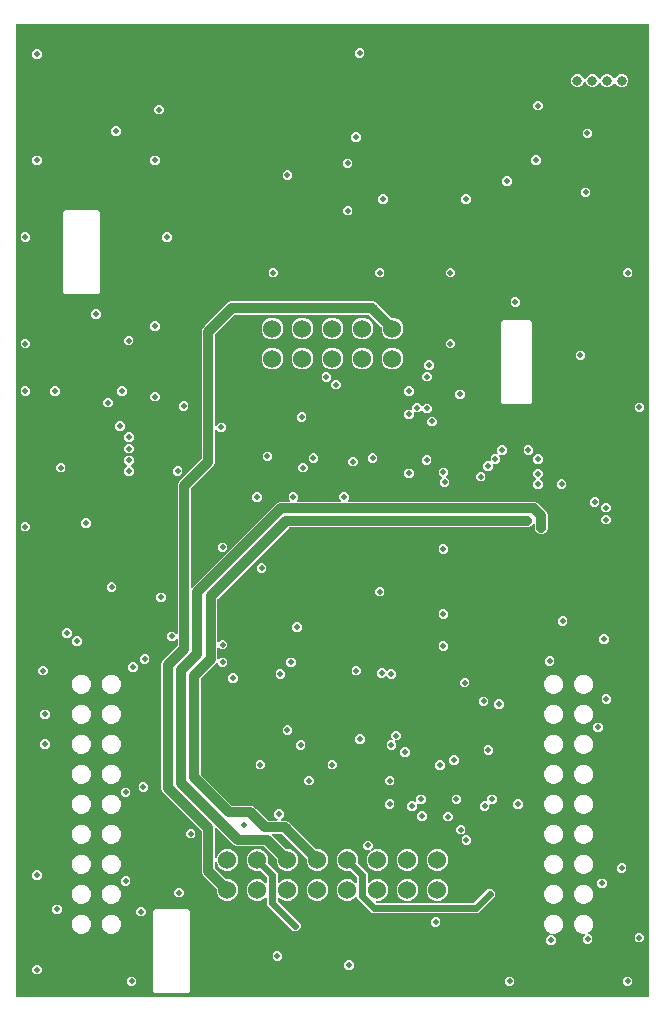
<source format=gbr>
G04 EAGLE Gerber RS-274X export*
G75*
%MOMM*%
%FSLAX34Y34*%
%LPD*%
%INCopper Layer 15*%
%IPPOS*%
%AMOC8*
5,1,8,0,0,1.08239X$1,22.5*%
G01*
%ADD10C,1.524000*%
%ADD11C,0.838200*%
%ADD12C,0.500000*%
%ADD13C,0.812800*%
%ADD14C,0.609600*%
%ADD15C,0.550000*%

G36*
X267258Y-162996D02*
X267258Y-162996D01*
X267277Y-162998D01*
X267379Y-162976D01*
X267481Y-162960D01*
X267498Y-162950D01*
X267518Y-162946D01*
X267607Y-162893D01*
X267698Y-162844D01*
X267712Y-162830D01*
X267729Y-162820D01*
X267796Y-162741D01*
X267868Y-162666D01*
X267876Y-162648D01*
X267889Y-162633D01*
X267928Y-162537D01*
X267971Y-162443D01*
X267973Y-162423D01*
X267981Y-162405D01*
X267999Y-162238D01*
X267999Y659738D01*
X267996Y659758D01*
X267998Y659777D01*
X267976Y659879D01*
X267960Y659981D01*
X267950Y659998D01*
X267946Y660018D01*
X267893Y660107D01*
X267844Y660198D01*
X267830Y660212D01*
X267820Y660229D01*
X267741Y660296D01*
X267666Y660368D01*
X267648Y660376D01*
X267633Y660389D01*
X267537Y660428D01*
X267443Y660471D01*
X267423Y660473D01*
X267405Y660481D01*
X267238Y660499D01*
X-267238Y660499D01*
X-267258Y660496D01*
X-267277Y660498D01*
X-267379Y660476D01*
X-267481Y660460D01*
X-267498Y660450D01*
X-267518Y660446D01*
X-267607Y660393D01*
X-267698Y660344D01*
X-267712Y660330D01*
X-267729Y660320D01*
X-267796Y660241D01*
X-267868Y660166D01*
X-267876Y660148D01*
X-267889Y660133D01*
X-267928Y660037D01*
X-267971Y659943D01*
X-267973Y659923D01*
X-267981Y659905D01*
X-267999Y659738D01*
X-267999Y-162238D01*
X-267996Y-162258D01*
X-267998Y-162277D01*
X-267976Y-162379D01*
X-267960Y-162481D01*
X-267950Y-162498D01*
X-267946Y-162518D01*
X-267893Y-162607D01*
X-267844Y-162698D01*
X-267830Y-162712D01*
X-267820Y-162729D01*
X-267741Y-162796D01*
X-267666Y-162868D01*
X-267648Y-162876D01*
X-267633Y-162889D01*
X-267537Y-162928D01*
X-267443Y-162971D01*
X-267423Y-162973D01*
X-267405Y-162981D01*
X-267238Y-162999D01*
X267238Y-162999D01*
X267258Y-162996D01*
G37*
%LPC*%
G36*
X-90719Y-81845D02*
X-90719Y-81845D01*
X-94080Y-80453D01*
X-96653Y-77880D01*
X-98045Y-74519D01*
X-98045Y-71774D01*
X-98059Y-71684D01*
X-98067Y-71593D01*
X-98079Y-71563D01*
X-98084Y-71532D01*
X-98127Y-71451D01*
X-98163Y-71367D01*
X-98189Y-71335D01*
X-98200Y-71314D01*
X-98223Y-71292D01*
X-98268Y-71236D01*
X-108059Y-61445D01*
X-109738Y-59766D01*
X-110589Y-57712D01*
X-110589Y-23130D01*
X-110603Y-23040D01*
X-110611Y-22949D01*
X-110623Y-22919D01*
X-110628Y-22888D01*
X-110671Y-22807D01*
X-110707Y-22723D01*
X-110733Y-22691D01*
X-110744Y-22670D01*
X-110767Y-22648D01*
X-110812Y-22592D01*
X-142559Y9155D01*
X-144238Y10834D01*
X-145089Y12888D01*
X-145089Y118612D01*
X-144238Y120666D01*
X-131312Y133592D01*
X-131259Y133666D01*
X-131199Y133735D01*
X-131187Y133766D01*
X-131168Y133792D01*
X-131141Y133879D01*
X-131107Y133964D01*
X-131103Y134004D01*
X-131096Y134027D01*
X-131097Y134059D01*
X-131089Y134130D01*
X-131089Y139382D01*
X-131100Y139452D01*
X-131102Y139524D01*
X-131120Y139573D01*
X-131128Y139624D01*
X-131162Y139688D01*
X-131187Y139755D01*
X-131219Y139796D01*
X-131244Y139842D01*
X-131296Y139891D01*
X-131340Y139947D01*
X-131384Y139975D01*
X-131422Y140011D01*
X-131487Y140041D01*
X-131547Y140080D01*
X-131598Y140093D01*
X-131645Y140115D01*
X-131716Y140123D01*
X-131786Y140140D01*
X-131838Y140136D01*
X-131889Y140142D01*
X-131960Y140127D01*
X-132031Y140121D01*
X-132079Y140101D01*
X-132130Y140090D01*
X-132191Y140053D01*
X-132257Y140025D01*
X-132313Y139980D01*
X-132341Y139963D01*
X-132356Y139946D01*
X-132388Y139920D01*
X-134333Y137975D01*
X-137667Y137975D01*
X-140025Y140333D01*
X-140025Y143667D01*
X-137667Y146025D01*
X-134333Y146025D01*
X-132388Y144080D01*
X-132330Y144038D01*
X-132278Y143989D01*
X-132231Y143967D01*
X-132189Y143937D01*
X-132120Y143915D01*
X-132055Y143885D01*
X-132003Y143880D01*
X-131953Y143864D01*
X-131882Y143866D01*
X-131811Y143858D01*
X-131760Y143869D01*
X-131708Y143871D01*
X-131640Y143895D01*
X-131570Y143910D01*
X-131525Y143937D01*
X-131477Y143955D01*
X-131421Y144000D01*
X-131359Y144037D01*
X-131325Y144076D01*
X-131285Y144109D01*
X-131246Y144169D01*
X-131199Y144223D01*
X-131180Y144272D01*
X-131152Y144316D01*
X-131134Y144385D01*
X-131107Y144452D01*
X-131099Y144523D01*
X-131091Y144554D01*
X-131093Y144577D01*
X-131089Y144618D01*
X-131089Y270612D01*
X-130238Y272666D01*
X-110812Y292092D01*
X-110759Y292166D01*
X-110699Y292235D01*
X-110687Y292266D01*
X-110668Y292292D01*
X-110641Y292379D01*
X-110607Y292464D01*
X-110603Y292504D01*
X-110596Y292527D01*
X-110597Y292559D01*
X-110589Y292630D01*
X-110589Y401112D01*
X-109738Y403166D01*
X-108059Y404845D01*
X-89845Y423059D01*
X-88166Y424738D01*
X-86112Y425589D01*
X34612Y425589D01*
X36666Y424738D01*
X49336Y412068D01*
X49410Y412015D01*
X49479Y411955D01*
X49510Y411943D01*
X49536Y411924D01*
X49623Y411897D01*
X49708Y411863D01*
X49748Y411859D01*
X49771Y411852D01*
X49803Y411853D01*
X49874Y411845D01*
X52619Y411845D01*
X55980Y410453D01*
X58553Y407880D01*
X59945Y404519D01*
X59945Y400881D01*
X58553Y397520D01*
X55980Y394947D01*
X52619Y393555D01*
X48981Y393555D01*
X45620Y394947D01*
X43047Y397520D01*
X41655Y400881D01*
X41655Y403626D01*
X41641Y403716D01*
X41633Y403807D01*
X41621Y403837D01*
X41616Y403869D01*
X41573Y403949D01*
X41537Y404033D01*
X41511Y404065D01*
X41500Y404086D01*
X41477Y404108D01*
X41432Y404164D01*
X31408Y414188D01*
X31334Y414241D01*
X31265Y414301D01*
X31234Y414313D01*
X31208Y414332D01*
X31121Y414359D01*
X31036Y414393D01*
X30996Y414397D01*
X30973Y414404D01*
X30941Y414403D01*
X30870Y414411D01*
X-82370Y414411D01*
X-82460Y414397D01*
X-82551Y414389D01*
X-82581Y414377D01*
X-82612Y414372D01*
X-82693Y414329D01*
X-82777Y414293D01*
X-82809Y414267D01*
X-82830Y414256D01*
X-82852Y414233D01*
X-82908Y414188D01*
X-99188Y397908D01*
X-99241Y397834D01*
X-99301Y397765D01*
X-99313Y397734D01*
X-99332Y397708D01*
X-99359Y397621D01*
X-99393Y397536D01*
X-99397Y397496D01*
X-99404Y397473D01*
X-99403Y397441D01*
X-99411Y397370D01*
X-99411Y321118D01*
X-99400Y321048D01*
X-99398Y320976D01*
X-99380Y320927D01*
X-99372Y320876D01*
X-99338Y320812D01*
X-99313Y320745D01*
X-99281Y320704D01*
X-99256Y320658D01*
X-99204Y320609D01*
X-99160Y320553D01*
X-99116Y320525D01*
X-99078Y320489D01*
X-99013Y320459D01*
X-98953Y320420D01*
X-98902Y320407D01*
X-98855Y320385D01*
X-98784Y320377D01*
X-98714Y320360D01*
X-98662Y320364D01*
X-98611Y320358D01*
X-98540Y320373D01*
X-98469Y320379D01*
X-98421Y320399D01*
X-98370Y320410D01*
X-98309Y320447D01*
X-98243Y320475D01*
X-98187Y320520D01*
X-98159Y320537D01*
X-98144Y320554D01*
X-98112Y320580D01*
X-95667Y323025D01*
X-92333Y323025D01*
X-89975Y320667D01*
X-89975Y317333D01*
X-92333Y314975D01*
X-95667Y314975D01*
X-98112Y317420D01*
X-98170Y317462D01*
X-98222Y317511D01*
X-98269Y317533D01*
X-98311Y317563D01*
X-98380Y317585D01*
X-98445Y317615D01*
X-98497Y317620D01*
X-98547Y317636D01*
X-98618Y317634D01*
X-98689Y317642D01*
X-98740Y317631D01*
X-98792Y317629D01*
X-98860Y317605D01*
X-98930Y317590D01*
X-98975Y317563D01*
X-99023Y317545D01*
X-99079Y317500D01*
X-99141Y317463D01*
X-99175Y317424D01*
X-99215Y317391D01*
X-99254Y317331D01*
X-99301Y317277D01*
X-99320Y317228D01*
X-99348Y317184D01*
X-99366Y317115D01*
X-99393Y317048D01*
X-99401Y316977D01*
X-99409Y316946D01*
X-99407Y316923D01*
X-99411Y316882D01*
X-99411Y288888D01*
X-100262Y286834D01*
X-119688Y267408D01*
X-119741Y267334D01*
X-119801Y267265D01*
X-119813Y267234D01*
X-119832Y267208D01*
X-119859Y267121D01*
X-119893Y267036D01*
X-119897Y266996D01*
X-119904Y266973D01*
X-119903Y266941D01*
X-119911Y266870D01*
X-119911Y183830D01*
X-119900Y183759D01*
X-119898Y183688D01*
X-119880Y183639D01*
X-119872Y183587D01*
X-119838Y183524D01*
X-119813Y183457D01*
X-119781Y183416D01*
X-119756Y183370D01*
X-119704Y183321D01*
X-119660Y183265D01*
X-119616Y183237D01*
X-119578Y183201D01*
X-119513Y183171D01*
X-119453Y183132D01*
X-119402Y183119D01*
X-119355Y183097D01*
X-119284Y183089D01*
X-119214Y183072D01*
X-119162Y183076D01*
X-119111Y183070D01*
X-119040Y183085D01*
X-118969Y183091D01*
X-118921Y183111D01*
X-118870Y183122D01*
X-118809Y183159D01*
X-118743Y183187D01*
X-118687Y183232D01*
X-118659Y183248D01*
X-118644Y183266D01*
X-118612Y183292D01*
X-46666Y255238D01*
X-44612Y256089D01*
X-36618Y256089D01*
X-36548Y256100D01*
X-36476Y256102D01*
X-36427Y256120D01*
X-36376Y256128D01*
X-36312Y256162D01*
X-36245Y256187D01*
X-36204Y256219D01*
X-36158Y256244D01*
X-36109Y256296D01*
X-36053Y256340D01*
X-36025Y256384D01*
X-35989Y256422D01*
X-35959Y256487D01*
X-35920Y256547D01*
X-35907Y256598D01*
X-35885Y256645D01*
X-35877Y256716D01*
X-35860Y256786D01*
X-35864Y256838D01*
X-35858Y256889D01*
X-35873Y256960D01*
X-35879Y257031D01*
X-35899Y257079D01*
X-35910Y257130D01*
X-35947Y257191D01*
X-35975Y257257D01*
X-36020Y257313D01*
X-36037Y257341D01*
X-36054Y257356D01*
X-36080Y257388D01*
X-37025Y258333D01*
X-37025Y261667D01*
X-34667Y264025D01*
X-31333Y264025D01*
X-28975Y261667D01*
X-28975Y258333D01*
X-29920Y257388D01*
X-29962Y257330D01*
X-30011Y257278D01*
X-30033Y257231D01*
X-30063Y257189D01*
X-30085Y257120D01*
X-30115Y257055D01*
X-30120Y257003D01*
X-30136Y256953D01*
X-30134Y256882D01*
X-30142Y256811D01*
X-30131Y256760D01*
X-30129Y256708D01*
X-30105Y256640D01*
X-30090Y256570D01*
X-30063Y256525D01*
X-30045Y256477D01*
X-30000Y256421D01*
X-29963Y256359D01*
X-29924Y256325D01*
X-29891Y256285D01*
X-29831Y256246D01*
X-29777Y256199D01*
X-29728Y256180D01*
X-29684Y256152D01*
X-29615Y256134D01*
X-29548Y256107D01*
X-29477Y256099D01*
X-29446Y256091D01*
X-29423Y256093D01*
X-29382Y256089D01*
X6382Y256089D01*
X6452Y256100D01*
X6524Y256102D01*
X6573Y256120D01*
X6624Y256128D01*
X6688Y256162D01*
X6755Y256187D01*
X6796Y256219D01*
X6842Y256244D01*
X6891Y256296D01*
X6947Y256340D01*
X6975Y256384D01*
X7011Y256422D01*
X7041Y256487D01*
X7080Y256547D01*
X7093Y256598D01*
X7115Y256645D01*
X7123Y256716D01*
X7140Y256786D01*
X7136Y256838D01*
X7142Y256889D01*
X7127Y256960D01*
X7121Y257031D01*
X7101Y257079D01*
X7090Y257130D01*
X7053Y257191D01*
X7025Y257257D01*
X6980Y257313D01*
X6963Y257341D01*
X6946Y257356D01*
X6920Y257388D01*
X5975Y258333D01*
X5975Y261667D01*
X8333Y264025D01*
X11667Y264025D01*
X14025Y261667D01*
X14025Y258333D01*
X13080Y257388D01*
X13038Y257330D01*
X12989Y257278D01*
X12967Y257231D01*
X12937Y257189D01*
X12915Y257120D01*
X12885Y257055D01*
X12880Y257003D01*
X12864Y256953D01*
X12866Y256882D01*
X12858Y256811D01*
X12869Y256760D01*
X12871Y256708D01*
X12895Y256640D01*
X12910Y256570D01*
X12937Y256525D01*
X12955Y256477D01*
X13000Y256421D01*
X13037Y256359D01*
X13076Y256325D01*
X13109Y256285D01*
X13169Y256246D01*
X13223Y256199D01*
X13272Y256180D01*
X13316Y256152D01*
X13385Y256134D01*
X13452Y256107D01*
X13523Y256099D01*
X13554Y256091D01*
X13577Y256093D01*
X13618Y256089D01*
X171612Y256089D01*
X173666Y255238D01*
X181738Y247166D01*
X182589Y245112D01*
X182589Y232888D01*
X181738Y230834D01*
X180166Y229262D01*
X178112Y228411D01*
X175888Y228411D01*
X173834Y229262D01*
X172262Y230834D01*
X171411Y232888D01*
X171411Y237047D01*
X171396Y237143D01*
X171386Y237240D01*
X171376Y237264D01*
X171372Y237290D01*
X171326Y237376D01*
X171286Y237465D01*
X171269Y237484D01*
X171256Y237507D01*
X171186Y237574D01*
X171120Y237646D01*
X171097Y237659D01*
X171078Y237677D01*
X170990Y237718D01*
X170904Y237765D01*
X170879Y237769D01*
X170855Y237780D01*
X170758Y237791D01*
X170662Y237808D01*
X170636Y237804D01*
X170611Y237807D01*
X170516Y237787D01*
X170419Y237772D01*
X170396Y237761D01*
X170370Y237755D01*
X170287Y237705D01*
X170200Y237661D01*
X170181Y237642D01*
X170159Y237629D01*
X170096Y237555D01*
X170028Y237485D01*
X170012Y237457D01*
X169999Y237442D01*
X169987Y237411D01*
X169947Y237338D01*
X169738Y236834D01*
X168166Y235262D01*
X166112Y234411D01*
X-36370Y234411D01*
X-36460Y234397D01*
X-36551Y234389D01*
X-36581Y234377D01*
X-36613Y234372D01*
X-36693Y234329D01*
X-36777Y234293D01*
X-36809Y234267D01*
X-36830Y234256D01*
X-36852Y234233D01*
X-36908Y234188D01*
X-97188Y173908D01*
X-97241Y173834D01*
X-97301Y173765D01*
X-97313Y173734D01*
X-97332Y173708D01*
X-97359Y173621D01*
X-97393Y173536D01*
X-97397Y173496D01*
X-97404Y173473D01*
X-97403Y173441D01*
X-97411Y173370D01*
X-97411Y138118D01*
X-97400Y138048D01*
X-97398Y137976D01*
X-97380Y137927D01*
X-97372Y137876D01*
X-97338Y137812D01*
X-97313Y137745D01*
X-97281Y137704D01*
X-97256Y137658D01*
X-97204Y137609D01*
X-97160Y137553D01*
X-97116Y137525D01*
X-97078Y137489D01*
X-97013Y137459D01*
X-96953Y137420D01*
X-96902Y137407D01*
X-96855Y137385D01*
X-96784Y137377D01*
X-96714Y137360D01*
X-96662Y137364D01*
X-96611Y137358D01*
X-96540Y137373D01*
X-96469Y137379D01*
X-96421Y137399D01*
X-96370Y137410D01*
X-96309Y137447D01*
X-96243Y137475D01*
X-96187Y137520D01*
X-96159Y137537D01*
X-96144Y137554D01*
X-96112Y137580D01*
X-94667Y139025D01*
X-91333Y139025D01*
X-88975Y136667D01*
X-88975Y133333D01*
X-91333Y130975D01*
X-94667Y130975D01*
X-96112Y132420D01*
X-96170Y132462D01*
X-96222Y132511D01*
X-96269Y132533D01*
X-96311Y132563D01*
X-96380Y132585D01*
X-96445Y132615D01*
X-96497Y132620D01*
X-96547Y132636D01*
X-96618Y132634D01*
X-96689Y132642D01*
X-96740Y132631D01*
X-96792Y132629D01*
X-96860Y132605D01*
X-96930Y132590D01*
X-96975Y132563D01*
X-97023Y132545D01*
X-97079Y132500D01*
X-97141Y132463D01*
X-97175Y132424D01*
X-97215Y132391D01*
X-97254Y132331D01*
X-97301Y132277D01*
X-97320Y132228D01*
X-97348Y132184D01*
X-97366Y132115D01*
X-97393Y132048D01*
X-97401Y131977D01*
X-97409Y131946D01*
X-97407Y131923D01*
X-97411Y131882D01*
X-97411Y123118D01*
X-97400Y123048D01*
X-97398Y122976D01*
X-97380Y122927D01*
X-97372Y122876D01*
X-97338Y122812D01*
X-97313Y122745D01*
X-97281Y122704D01*
X-97256Y122658D01*
X-97204Y122609D01*
X-97160Y122553D01*
X-97116Y122525D01*
X-97078Y122489D01*
X-97013Y122459D01*
X-96953Y122420D01*
X-96902Y122407D01*
X-96855Y122385D01*
X-96784Y122377D01*
X-96714Y122360D01*
X-96662Y122364D01*
X-96611Y122358D01*
X-96540Y122373D01*
X-96469Y122379D01*
X-96421Y122399D01*
X-96370Y122410D01*
X-96309Y122447D01*
X-96243Y122475D01*
X-96187Y122520D01*
X-96159Y122537D01*
X-96144Y122554D01*
X-96112Y122580D01*
X-94667Y124025D01*
X-91333Y124025D01*
X-88975Y121667D01*
X-88975Y118333D01*
X-91333Y115975D01*
X-94667Y115975D01*
X-97025Y118333D01*
X-97025Y118734D01*
X-97036Y118805D01*
X-97038Y118876D01*
X-97056Y118925D01*
X-97064Y118977D01*
X-97098Y119040D01*
X-97123Y119107D01*
X-97155Y119148D01*
X-97180Y119194D01*
X-97232Y119243D01*
X-97276Y119299D01*
X-97320Y119327D01*
X-97358Y119363D01*
X-97423Y119393D01*
X-97483Y119432D01*
X-97534Y119445D01*
X-97581Y119467D01*
X-97652Y119475D01*
X-97722Y119492D01*
X-97774Y119488D01*
X-97825Y119494D01*
X-97896Y119479D01*
X-97967Y119473D01*
X-98015Y119453D01*
X-98066Y119442D01*
X-98127Y119405D01*
X-98193Y119377D01*
X-98249Y119332D01*
X-98277Y119316D01*
X-98292Y119298D01*
X-98324Y119272D01*
X-111188Y106408D01*
X-111241Y106334D01*
X-111301Y106265D01*
X-111313Y106234D01*
X-111332Y106208D01*
X-111359Y106121D01*
X-111393Y106036D01*
X-111397Y105996D01*
X-111404Y105973D01*
X-111403Y105941D01*
X-111411Y105870D01*
X-111411Y25280D01*
X-111397Y25190D01*
X-111389Y25099D01*
X-111377Y25069D01*
X-111372Y25037D01*
X-111329Y24957D01*
X-111293Y24873D01*
X-111267Y24841D01*
X-111256Y24820D01*
X-111233Y24798D01*
X-111188Y24742D01*
X-85258Y-1188D01*
X-85184Y-1241D01*
X-85115Y-1301D01*
X-85084Y-1313D01*
X-85058Y-1332D01*
X-84971Y-1359D01*
X-84886Y-1393D01*
X-84846Y-1397D01*
X-84823Y-1404D01*
X-84791Y-1403D01*
X-84720Y-1411D01*
X-68388Y-1411D01*
X-66334Y-2262D01*
X-64655Y-3941D01*
X-54908Y-13688D01*
X-54834Y-13741D01*
X-54765Y-13801D01*
X-54734Y-13813D01*
X-54708Y-13832D01*
X-54621Y-13859D01*
X-54536Y-13893D01*
X-54496Y-13897D01*
X-54473Y-13904D01*
X-54441Y-13903D01*
X-54370Y-13911D01*
X-47118Y-13911D01*
X-47048Y-13900D01*
X-46976Y-13898D01*
X-46927Y-13880D01*
X-46876Y-13872D01*
X-46812Y-13838D01*
X-46745Y-13813D01*
X-46704Y-13781D01*
X-46658Y-13756D01*
X-46609Y-13704D01*
X-46553Y-13660D01*
X-46525Y-13616D01*
X-46489Y-13578D01*
X-46459Y-13513D01*
X-46420Y-13453D01*
X-46407Y-13402D01*
X-46385Y-13355D01*
X-46377Y-13284D01*
X-46360Y-13214D01*
X-46364Y-13162D01*
X-46358Y-13111D01*
X-46373Y-13040D01*
X-46379Y-12969D01*
X-46399Y-12921D01*
X-46410Y-12870D01*
X-46447Y-12809D01*
X-46475Y-12743D01*
X-46520Y-12687D01*
X-46537Y-12659D01*
X-46554Y-12644D01*
X-46580Y-12612D01*
X-49025Y-10167D01*
X-49025Y-6833D01*
X-46667Y-4475D01*
X-43333Y-4475D01*
X-40975Y-6833D01*
X-40975Y-10167D01*
X-43420Y-12612D01*
X-43462Y-12670D01*
X-43511Y-12722D01*
X-43533Y-12769D01*
X-43563Y-12811D01*
X-43585Y-12880D01*
X-43615Y-12945D01*
X-43620Y-12997D01*
X-43636Y-13047D01*
X-43634Y-13118D01*
X-43642Y-13189D01*
X-43631Y-13240D01*
X-43629Y-13292D01*
X-43605Y-13360D01*
X-43590Y-13430D01*
X-43563Y-13475D01*
X-43545Y-13523D01*
X-43500Y-13579D01*
X-43463Y-13641D01*
X-43424Y-13675D01*
X-43391Y-13715D01*
X-43331Y-13754D01*
X-43277Y-13801D01*
X-43228Y-13820D01*
X-43184Y-13848D01*
X-43115Y-13866D01*
X-43048Y-13893D01*
X-42977Y-13901D01*
X-42946Y-13909D01*
X-42923Y-13907D01*
X-42882Y-13911D01*
X-39388Y-13911D01*
X-37334Y-14762D01*
X-14164Y-37932D01*
X-14090Y-37985D01*
X-14021Y-38045D01*
X-13990Y-38057D01*
X-13964Y-38076D01*
X-13877Y-38103D01*
X-13792Y-38137D01*
X-13752Y-38141D01*
X-13729Y-38148D01*
X-13697Y-38147D01*
X-13626Y-38155D01*
X-10881Y-38155D01*
X-7520Y-39547D01*
X-4947Y-42120D01*
X-3555Y-45481D01*
X-3555Y-49119D01*
X-4947Y-52480D01*
X-7520Y-55053D01*
X-10881Y-56445D01*
X-14519Y-56445D01*
X-17880Y-55053D01*
X-20453Y-52480D01*
X-21845Y-49119D01*
X-21845Y-46374D01*
X-21859Y-46284D01*
X-21867Y-46193D01*
X-21879Y-46163D01*
X-21884Y-46132D01*
X-21927Y-46051D01*
X-21963Y-45967D01*
X-21989Y-45935D01*
X-22000Y-45914D01*
X-22023Y-45892D01*
X-22068Y-45836D01*
X-42592Y-25312D01*
X-42666Y-25259D01*
X-42735Y-25199D01*
X-42766Y-25187D01*
X-42792Y-25168D01*
X-42879Y-25141D01*
X-42964Y-25107D01*
X-43004Y-25103D01*
X-43027Y-25096D01*
X-43059Y-25097D01*
X-43130Y-25089D01*
X-50570Y-25089D01*
X-50641Y-25100D01*
X-50712Y-25102D01*
X-50761Y-25120D01*
X-50813Y-25128D01*
X-50876Y-25162D01*
X-50943Y-25187D01*
X-50984Y-25219D01*
X-51030Y-25244D01*
X-51079Y-25296D01*
X-51135Y-25340D01*
X-51163Y-25384D01*
X-51199Y-25422D01*
X-51230Y-25487D01*
X-51268Y-25547D01*
X-51281Y-25598D01*
X-51303Y-25645D01*
X-51311Y-25716D01*
X-51328Y-25786D01*
X-51324Y-25838D01*
X-51330Y-25889D01*
X-51315Y-25960D01*
X-51309Y-26031D01*
X-51289Y-26079D01*
X-51278Y-26130D01*
X-51241Y-26191D01*
X-51213Y-26257D01*
X-51168Y-26313D01*
X-51152Y-26341D01*
X-51134Y-26356D01*
X-51108Y-26388D01*
X-50555Y-26941D01*
X-39564Y-37932D01*
X-39490Y-37985D01*
X-39421Y-38045D01*
X-39390Y-38057D01*
X-39364Y-38076D01*
X-39277Y-38103D01*
X-39192Y-38137D01*
X-39152Y-38141D01*
X-39129Y-38148D01*
X-39097Y-38147D01*
X-39026Y-38155D01*
X-36281Y-38155D01*
X-32920Y-39547D01*
X-30347Y-42120D01*
X-28955Y-45481D01*
X-28955Y-49119D01*
X-30347Y-52480D01*
X-32920Y-55053D01*
X-36281Y-56445D01*
X-39919Y-56445D01*
X-43280Y-55053D01*
X-45853Y-52480D01*
X-47245Y-49119D01*
X-47245Y-46374D01*
X-47259Y-46284D01*
X-47267Y-46193D01*
X-47279Y-46163D01*
X-47284Y-46132D01*
X-47327Y-46051D01*
X-47363Y-45967D01*
X-47389Y-45935D01*
X-47400Y-45914D01*
X-47423Y-45892D01*
X-47468Y-45836D01*
X-57492Y-35812D01*
X-57566Y-35759D01*
X-57635Y-35699D01*
X-57666Y-35687D01*
X-57692Y-35668D01*
X-57779Y-35641D01*
X-57864Y-35607D01*
X-57904Y-35603D01*
X-57927Y-35596D01*
X-57959Y-35597D01*
X-58030Y-35589D01*
X-81112Y-35589D01*
X-83166Y-34738D01*
X-98112Y-19792D01*
X-98170Y-19750D01*
X-98222Y-19701D01*
X-98269Y-19679D01*
X-98311Y-19648D01*
X-98380Y-19627D01*
X-98445Y-19597D01*
X-98497Y-19591D01*
X-98547Y-19576D01*
X-98618Y-19578D01*
X-98689Y-19570D01*
X-98740Y-19581D01*
X-98792Y-19582D01*
X-98860Y-19607D01*
X-98930Y-19622D01*
X-98975Y-19649D01*
X-99023Y-19667D01*
X-99079Y-19712D01*
X-99141Y-19748D01*
X-99175Y-19788D01*
X-99215Y-19821D01*
X-99254Y-19881D01*
X-99301Y-19935D01*
X-99320Y-19984D01*
X-99348Y-20027D01*
X-99366Y-20097D01*
X-99393Y-20163D01*
X-99401Y-20235D01*
X-99409Y-20266D01*
X-99407Y-20289D01*
X-99411Y-20330D01*
X-99411Y-44953D01*
X-99396Y-45049D01*
X-99386Y-45146D01*
X-99376Y-45170D01*
X-99372Y-45196D01*
X-99326Y-45282D01*
X-99286Y-45371D01*
X-99269Y-45390D01*
X-99256Y-45413D01*
X-99186Y-45480D01*
X-99120Y-45552D01*
X-99097Y-45565D01*
X-99078Y-45583D01*
X-98990Y-45624D01*
X-98904Y-45671D01*
X-98879Y-45675D01*
X-98855Y-45686D01*
X-98758Y-45697D01*
X-98662Y-45714D01*
X-98636Y-45710D01*
X-98611Y-45713D01*
X-98515Y-45693D01*
X-98419Y-45678D01*
X-98396Y-45667D01*
X-98370Y-45661D01*
X-98287Y-45611D01*
X-98200Y-45567D01*
X-98181Y-45548D01*
X-98159Y-45535D01*
X-98096Y-45461D01*
X-98028Y-45391D01*
X-98012Y-45363D01*
X-97999Y-45348D01*
X-97987Y-45317D01*
X-97947Y-45244D01*
X-96653Y-42120D01*
X-94080Y-39547D01*
X-90719Y-38155D01*
X-87081Y-38155D01*
X-83720Y-39547D01*
X-81147Y-42120D01*
X-79755Y-45481D01*
X-79755Y-49119D01*
X-81147Y-52480D01*
X-83720Y-55053D01*
X-87081Y-56445D01*
X-90719Y-56445D01*
X-94080Y-55053D01*
X-96653Y-52480D01*
X-97947Y-49356D01*
X-97998Y-49273D01*
X-98044Y-49187D01*
X-98062Y-49169D01*
X-98076Y-49147D01*
X-98152Y-49084D01*
X-98222Y-49017D01*
X-98246Y-49006D01*
X-98266Y-48990D01*
X-98357Y-48955D01*
X-98445Y-48914D01*
X-98471Y-48911D01*
X-98495Y-48902D01*
X-98593Y-48897D01*
X-98689Y-48887D01*
X-98715Y-48892D01*
X-98741Y-48891D01*
X-98835Y-48918D01*
X-98930Y-48939D01*
X-98952Y-48952D01*
X-98977Y-48960D01*
X-99057Y-49015D01*
X-99141Y-49065D01*
X-99158Y-49085D01*
X-99179Y-49100D01*
X-99238Y-49178D01*
X-99301Y-49252D01*
X-99311Y-49276D01*
X-99326Y-49297D01*
X-99356Y-49390D01*
X-99393Y-49480D01*
X-99396Y-49513D01*
X-99402Y-49531D01*
X-99402Y-49564D01*
X-99411Y-49647D01*
X-99411Y-53970D01*
X-99397Y-54060D01*
X-99389Y-54151D01*
X-99377Y-54181D01*
X-99372Y-54213D01*
X-99329Y-54293D01*
X-99293Y-54377D01*
X-99267Y-54409D01*
X-99256Y-54430D01*
X-99233Y-54452D01*
X-99188Y-54508D01*
X-90364Y-63332D01*
X-90290Y-63385D01*
X-90221Y-63445D01*
X-90190Y-63457D01*
X-90164Y-63476D01*
X-90077Y-63503D01*
X-89992Y-63537D01*
X-89952Y-63541D01*
X-89929Y-63548D01*
X-89897Y-63547D01*
X-89826Y-63555D01*
X-87081Y-63555D01*
X-83720Y-64947D01*
X-81147Y-67520D01*
X-79755Y-70881D01*
X-79755Y-74519D01*
X-81147Y-77880D01*
X-83720Y-80453D01*
X-87081Y-81845D01*
X-90719Y-81845D01*
G37*
%LPD*%
%LPC*%
G36*
X-226355Y431729D02*
X-226355Y431729D01*
X-228271Y433645D01*
X-228271Y501355D01*
X-226355Y503271D01*
X-198645Y503271D01*
X-196729Y501355D01*
X-196729Y433645D01*
X-198645Y431729D01*
X-226355Y431729D01*
G37*
%LPD*%
%LPC*%
G36*
X-150355Y-160271D02*
X-150355Y-160271D01*
X-152271Y-158355D01*
X-152271Y-90645D01*
X-150355Y-88729D01*
X-122645Y-88729D01*
X-120729Y-90645D01*
X-120729Y-158355D01*
X-122645Y-160271D01*
X-150355Y-160271D01*
G37*
%LPD*%
%LPC*%
G36*
X33591Y-92573D02*
X33591Y-92573D01*
X20859Y-79841D01*
X20859Y-79311D01*
X20848Y-79240D01*
X20846Y-79169D01*
X20828Y-79120D01*
X20820Y-79068D01*
X20786Y-79005D01*
X20761Y-78938D01*
X20729Y-78897D01*
X20704Y-78851D01*
X20652Y-78802D01*
X20608Y-78746D01*
X20564Y-78717D01*
X20526Y-78682D01*
X20461Y-78651D01*
X20401Y-78613D01*
X20350Y-78600D01*
X20303Y-78578D01*
X20232Y-78570D01*
X20162Y-78553D01*
X20110Y-78557D01*
X20059Y-78551D01*
X19988Y-78566D01*
X19917Y-78572D01*
X19869Y-78592D01*
X19818Y-78603D01*
X19757Y-78640D01*
X19691Y-78668D01*
X19635Y-78713D01*
X19607Y-78729D01*
X19592Y-78747D01*
X19560Y-78773D01*
X17880Y-80453D01*
X14519Y-81845D01*
X10881Y-81845D01*
X7520Y-80453D01*
X4947Y-77880D01*
X3555Y-74519D01*
X3555Y-70881D01*
X4947Y-67520D01*
X7520Y-64947D01*
X10881Y-63555D01*
X14519Y-63555D01*
X17880Y-64947D01*
X19560Y-66627D01*
X19618Y-66669D01*
X19670Y-66718D01*
X19717Y-66740D01*
X19759Y-66771D01*
X19828Y-66792D01*
X19893Y-66822D01*
X19945Y-66828D01*
X19995Y-66843D01*
X20066Y-66841D01*
X20137Y-66849D01*
X20188Y-66838D01*
X20240Y-66837D01*
X20308Y-66812D01*
X20378Y-66797D01*
X20423Y-66770D01*
X20471Y-66752D01*
X20527Y-66707D01*
X20589Y-66671D01*
X20623Y-66631D01*
X20663Y-66599D01*
X20702Y-66538D01*
X20749Y-66484D01*
X20768Y-66435D01*
X20796Y-66392D01*
X20814Y-66322D01*
X20841Y-66256D01*
X20849Y-66184D01*
X20857Y-66153D01*
X20855Y-66130D01*
X20859Y-66089D01*
X20859Y-62241D01*
X20845Y-62151D01*
X20837Y-62060D01*
X20825Y-62031D01*
X20820Y-61999D01*
X20777Y-61918D01*
X20741Y-61834D01*
X20715Y-61802D01*
X20704Y-61781D01*
X20681Y-61759D01*
X20636Y-61703D01*
X15486Y-56553D01*
X15391Y-56484D01*
X15297Y-56415D01*
X15291Y-56413D01*
X15286Y-56409D01*
X15175Y-56375D01*
X15063Y-56339D01*
X15057Y-56339D01*
X15051Y-56337D01*
X14934Y-56340D01*
X14818Y-56341D01*
X14810Y-56343D01*
X14805Y-56343D01*
X14788Y-56350D01*
X14656Y-56388D01*
X14519Y-56445D01*
X10881Y-56445D01*
X7520Y-55053D01*
X4947Y-52480D01*
X3555Y-49119D01*
X3555Y-45481D01*
X4947Y-42120D01*
X7520Y-39547D01*
X10881Y-38155D01*
X14519Y-38155D01*
X17880Y-39547D01*
X20453Y-42120D01*
X21845Y-45481D01*
X21845Y-49119D01*
X21788Y-49256D01*
X21761Y-49369D01*
X21733Y-49484D01*
X21733Y-49490D01*
X21732Y-49496D01*
X21743Y-49613D01*
X21752Y-49729D01*
X21754Y-49734D01*
X21755Y-49741D01*
X21803Y-49849D01*
X21848Y-49955D01*
X21853Y-49961D01*
X21855Y-49965D01*
X21868Y-49980D01*
X21933Y-50061D01*
X21935Y-50064D01*
X21936Y-50065D01*
X21953Y-50086D01*
X27103Y-55236D01*
X30005Y-58138D01*
X30005Y-66025D01*
X30016Y-66096D01*
X30018Y-66167D01*
X30036Y-66216D01*
X30044Y-66268D01*
X30078Y-66331D01*
X30103Y-66398D01*
X30135Y-66439D01*
X30160Y-66485D01*
X30212Y-66534D01*
X30256Y-66590D01*
X30300Y-66619D01*
X30338Y-66654D01*
X30403Y-66685D01*
X30463Y-66723D01*
X30514Y-66736D01*
X30561Y-66758D01*
X30632Y-66766D01*
X30702Y-66783D01*
X30754Y-66779D01*
X30805Y-66785D01*
X30876Y-66770D01*
X30947Y-66764D01*
X30995Y-66744D01*
X31046Y-66733D01*
X31107Y-66696D01*
X31173Y-66668D01*
X31229Y-66623D01*
X31257Y-66607D01*
X31272Y-66589D01*
X31304Y-66563D01*
X32920Y-64947D01*
X36281Y-63555D01*
X39919Y-63555D01*
X43280Y-64947D01*
X45853Y-67520D01*
X47245Y-70881D01*
X47245Y-74519D01*
X45853Y-77880D01*
X43280Y-80453D01*
X39919Y-81845D01*
X37634Y-81845D01*
X37563Y-81856D01*
X37491Y-81858D01*
X37443Y-81876D01*
X37391Y-81884D01*
X37328Y-81918D01*
X37260Y-81943D01*
X37220Y-81975D01*
X37174Y-82000D01*
X37124Y-82052D01*
X37068Y-82096D01*
X37040Y-82140D01*
X37005Y-82178D01*
X36974Y-82243D01*
X36936Y-82303D01*
X36923Y-82354D01*
X36901Y-82401D01*
X36893Y-82472D01*
X36875Y-82542D01*
X36880Y-82594D01*
X36874Y-82645D01*
X36889Y-82716D01*
X36895Y-82787D01*
X36915Y-82835D01*
X36926Y-82886D01*
X36963Y-82947D01*
X36991Y-83013D01*
X37036Y-83069D01*
X37052Y-83097D01*
X37070Y-83112D01*
X37096Y-83144D01*
X37156Y-83204D01*
X37230Y-83258D01*
X37299Y-83317D01*
X37329Y-83329D01*
X37356Y-83348D01*
X37443Y-83375D01*
X37527Y-83409D01*
X37568Y-83413D01*
X37591Y-83420D01*
X37623Y-83419D01*
X37694Y-83427D01*
X119311Y-83427D01*
X119401Y-83413D01*
X119492Y-83405D01*
X119521Y-83393D01*
X119553Y-83388D01*
X119634Y-83345D01*
X119718Y-83309D01*
X119750Y-83283D01*
X119771Y-83272D01*
X119793Y-83249D01*
X119849Y-83204D01*
X131626Y-71427D01*
X135414Y-71427D01*
X138093Y-74106D01*
X138093Y-77894D01*
X123414Y-92573D01*
X33591Y-92573D01*
G37*
%LPD*%
%LPC*%
G36*
X144645Y338729D02*
X144645Y338729D01*
X142729Y340645D01*
X142729Y408355D01*
X144645Y410271D01*
X167355Y410271D01*
X169271Y408355D01*
X169271Y340645D01*
X167355Y338729D01*
X144645Y338729D01*
G37*
%LPD*%
%LPC*%
G36*
X-33394Y-107573D02*
X-33394Y-107573D01*
X-55573Y-85394D01*
X-55573Y-79543D01*
X-55584Y-79472D01*
X-55586Y-79401D01*
X-55604Y-79352D01*
X-55612Y-79300D01*
X-55646Y-79237D01*
X-55671Y-79170D01*
X-55703Y-79129D01*
X-55728Y-79083D01*
X-55780Y-79034D01*
X-55824Y-78978D01*
X-55868Y-78949D01*
X-55906Y-78914D01*
X-55971Y-78883D01*
X-56031Y-78845D01*
X-56082Y-78832D01*
X-56129Y-78810D01*
X-56200Y-78802D01*
X-56270Y-78785D01*
X-56322Y-78789D01*
X-56373Y-78783D01*
X-56444Y-78798D01*
X-56515Y-78804D01*
X-56563Y-78824D01*
X-56614Y-78835D01*
X-56675Y-78872D01*
X-56741Y-78900D01*
X-56797Y-78945D01*
X-56825Y-78961D01*
X-56840Y-78979D01*
X-56872Y-79005D01*
X-58320Y-80453D01*
X-61681Y-81845D01*
X-65319Y-81845D01*
X-68680Y-80453D01*
X-71253Y-77880D01*
X-72645Y-74519D01*
X-72645Y-70881D01*
X-71253Y-67520D01*
X-68680Y-64947D01*
X-65319Y-63555D01*
X-61681Y-63555D01*
X-58320Y-64947D01*
X-56872Y-66395D01*
X-56814Y-66437D01*
X-56762Y-66486D01*
X-56715Y-66508D01*
X-56673Y-66539D01*
X-56604Y-66560D01*
X-56539Y-66590D01*
X-56487Y-66596D01*
X-56437Y-66611D01*
X-56366Y-66609D01*
X-56295Y-66617D01*
X-56244Y-66606D01*
X-56192Y-66605D01*
X-56124Y-66580D01*
X-56054Y-66565D01*
X-56009Y-66538D01*
X-55961Y-66520D01*
X-55905Y-66475D01*
X-55843Y-66439D01*
X-55809Y-66399D01*
X-55769Y-66367D01*
X-55730Y-66306D01*
X-55683Y-66252D01*
X-55664Y-66203D01*
X-55636Y-66160D01*
X-55618Y-66090D01*
X-55591Y-66024D01*
X-55583Y-65952D01*
X-55575Y-65921D01*
X-55577Y-65898D01*
X-55573Y-65857D01*
X-55573Y-62009D01*
X-55587Y-61919D01*
X-55595Y-61828D01*
X-55607Y-61799D01*
X-55612Y-61767D01*
X-55655Y-61686D01*
X-55691Y-61602D01*
X-55717Y-61570D01*
X-55728Y-61549D01*
X-55751Y-61527D01*
X-55796Y-61471D01*
X-60714Y-56553D01*
X-60809Y-56484D01*
X-60903Y-56415D01*
X-60909Y-56413D01*
X-60914Y-56409D01*
X-61025Y-56375D01*
X-61137Y-56339D01*
X-61143Y-56339D01*
X-61149Y-56337D01*
X-61266Y-56340D01*
X-61382Y-56341D01*
X-61390Y-56343D01*
X-61395Y-56343D01*
X-61412Y-56350D01*
X-61544Y-56388D01*
X-61681Y-56445D01*
X-65319Y-56445D01*
X-68680Y-55053D01*
X-71253Y-52480D01*
X-72645Y-49119D01*
X-72645Y-45481D01*
X-71253Y-42120D01*
X-68680Y-39547D01*
X-65319Y-38155D01*
X-61681Y-38155D01*
X-58320Y-39547D01*
X-55747Y-42120D01*
X-54355Y-45481D01*
X-54355Y-49119D01*
X-54412Y-49256D01*
X-54439Y-49369D01*
X-54467Y-49484D01*
X-54467Y-49490D01*
X-54468Y-49496D01*
X-54457Y-49613D01*
X-54448Y-49729D01*
X-54446Y-49734D01*
X-54445Y-49741D01*
X-54397Y-49849D01*
X-54352Y-49955D01*
X-54347Y-49961D01*
X-54345Y-49965D01*
X-54332Y-49980D01*
X-54267Y-50061D01*
X-54265Y-50064D01*
X-54264Y-50065D01*
X-54247Y-50086D01*
X-49329Y-55004D01*
X-46427Y-57906D01*
X-46427Y-66257D01*
X-46416Y-66328D01*
X-46414Y-66399D01*
X-46396Y-66448D01*
X-46388Y-66500D01*
X-46354Y-66563D01*
X-46329Y-66630D01*
X-46297Y-66671D01*
X-46272Y-66717D01*
X-46220Y-66766D01*
X-46176Y-66822D01*
X-46132Y-66851D01*
X-46094Y-66886D01*
X-46029Y-66917D01*
X-45969Y-66955D01*
X-45918Y-66968D01*
X-45871Y-66990D01*
X-45800Y-66998D01*
X-45730Y-67015D01*
X-45678Y-67011D01*
X-45627Y-67017D01*
X-45556Y-67002D01*
X-45485Y-66996D01*
X-45437Y-66976D01*
X-45386Y-66965D01*
X-45325Y-66928D01*
X-45259Y-66900D01*
X-45203Y-66855D01*
X-45175Y-66839D01*
X-45160Y-66821D01*
X-45128Y-66795D01*
X-43280Y-64947D01*
X-39919Y-63555D01*
X-36281Y-63555D01*
X-32920Y-64947D01*
X-30347Y-67520D01*
X-28955Y-70881D01*
X-28955Y-74519D01*
X-30347Y-77880D01*
X-32920Y-80453D01*
X-36281Y-81845D01*
X-39919Y-81845D01*
X-43280Y-80453D01*
X-45128Y-78605D01*
X-45186Y-78563D01*
X-45238Y-78514D01*
X-45285Y-78492D01*
X-45327Y-78461D01*
X-45396Y-78440D01*
X-45461Y-78410D01*
X-45513Y-78404D01*
X-45563Y-78389D01*
X-45634Y-78391D01*
X-45705Y-78383D01*
X-45756Y-78394D01*
X-45808Y-78395D01*
X-45876Y-78420D01*
X-45946Y-78435D01*
X-45991Y-78462D01*
X-46039Y-78480D01*
X-46095Y-78525D01*
X-46157Y-78561D01*
X-46191Y-78601D01*
X-46231Y-78633D01*
X-46270Y-78694D01*
X-46317Y-78748D01*
X-46336Y-78797D01*
X-46364Y-78840D01*
X-46382Y-78910D01*
X-46409Y-78976D01*
X-46417Y-79048D01*
X-46425Y-79079D01*
X-46423Y-79102D01*
X-46427Y-79143D01*
X-46427Y-81291D01*
X-46413Y-81381D01*
X-46405Y-81472D01*
X-46393Y-81501D01*
X-46388Y-81533D01*
X-46345Y-81614D01*
X-46309Y-81698D01*
X-46283Y-81730D01*
X-46272Y-81751D01*
X-46249Y-81773D01*
X-46204Y-81829D01*
X-26927Y-101106D01*
X-26927Y-104894D01*
X-29606Y-107573D01*
X-33394Y-107573D01*
G37*
%LPD*%
%LPC*%
G36*
X206271Y606784D02*
X206271Y606784D01*
X204170Y607654D01*
X202562Y609262D01*
X201692Y611363D01*
X201692Y613637D01*
X202562Y615738D01*
X204170Y617346D01*
X206271Y618216D01*
X208545Y618216D01*
X210646Y617346D01*
X212254Y615738D01*
X213055Y613804D01*
X213093Y613743D01*
X213122Y613677D01*
X213157Y613639D01*
X213184Y613595D01*
X213240Y613549D01*
X213288Y613496D01*
X213334Y613471D01*
X213374Y613438D01*
X213441Y613412D01*
X213504Y613377D01*
X213555Y613368D01*
X213603Y613350D01*
X213675Y613346D01*
X213746Y613334D01*
X213797Y613341D01*
X213849Y613339D01*
X213918Y613359D01*
X213989Y613370D01*
X214035Y613393D01*
X214085Y613408D01*
X214144Y613448D01*
X214208Y613481D01*
X214245Y613518D01*
X214287Y613548D01*
X214330Y613605D01*
X214380Y613657D01*
X214415Y613719D01*
X214434Y613745D01*
X214441Y613768D01*
X214461Y613804D01*
X215262Y615738D01*
X216870Y617346D01*
X218971Y618216D01*
X221245Y618216D01*
X223346Y617346D01*
X224954Y615738D01*
X225628Y614110D01*
X225666Y614049D01*
X225695Y613984D01*
X225730Y613945D01*
X225757Y613901D01*
X225813Y613855D01*
X225861Y613803D01*
X225907Y613777D01*
X225947Y613744D01*
X226014Y613719D01*
X226077Y613684D01*
X226128Y613675D01*
X226176Y613656D01*
X226248Y613653D01*
X226319Y613640D01*
X226370Y613648D01*
X226422Y613646D01*
X226491Y613666D01*
X226562Y613676D01*
X226608Y613700D01*
X226658Y613714D01*
X226717Y613755D01*
X226781Y613788D01*
X226818Y613825D01*
X226860Y613854D01*
X226903Y613912D01*
X226953Y613963D01*
X226988Y614026D01*
X227007Y614052D01*
X227014Y614074D01*
X227034Y614110D01*
X227708Y615738D01*
X229316Y617346D01*
X231417Y618216D01*
X233691Y618216D01*
X235792Y617346D01*
X237400Y615738D01*
X238074Y614110D01*
X238112Y614049D01*
X238141Y613984D01*
X238176Y613945D01*
X238203Y613901D01*
X238259Y613855D01*
X238307Y613803D01*
X238353Y613777D01*
X238393Y613744D01*
X238460Y613719D01*
X238523Y613684D01*
X238574Y613675D01*
X238622Y613656D01*
X238694Y613653D01*
X238765Y613640D01*
X238816Y613648D01*
X238868Y613646D01*
X238937Y613666D01*
X239008Y613676D01*
X239054Y613700D01*
X239104Y613714D01*
X239163Y613755D01*
X239227Y613788D01*
X239264Y613825D01*
X239306Y613854D01*
X239349Y613912D01*
X239399Y613963D01*
X239434Y614026D01*
X239453Y614052D01*
X239460Y614074D01*
X239480Y614110D01*
X240154Y615738D01*
X241762Y617346D01*
X243863Y618216D01*
X246137Y618216D01*
X248238Y617346D01*
X249846Y615738D01*
X250716Y613637D01*
X250716Y611363D01*
X249846Y609262D01*
X248238Y607654D01*
X246137Y606784D01*
X243863Y606784D01*
X241762Y607654D01*
X240154Y609262D01*
X239480Y610890D01*
X239442Y610951D01*
X239413Y611016D01*
X239378Y611055D01*
X239351Y611099D01*
X239295Y611145D01*
X239247Y611197D01*
X239201Y611222D01*
X239161Y611256D01*
X239094Y611281D01*
X239031Y611316D01*
X238980Y611325D01*
X238932Y611344D01*
X238860Y611347D01*
X238789Y611360D01*
X238738Y611352D01*
X238686Y611354D01*
X238617Y611334D01*
X238546Y611324D01*
X238500Y611300D01*
X238450Y611286D01*
X238391Y611245D01*
X238327Y611212D01*
X238290Y611175D01*
X238248Y611146D01*
X238205Y611088D01*
X238155Y611037D01*
X238120Y610974D01*
X238101Y610948D01*
X238094Y610926D01*
X238074Y610890D01*
X237400Y609262D01*
X235792Y607654D01*
X233691Y606784D01*
X231417Y606784D01*
X229316Y607654D01*
X227708Y609262D01*
X227034Y610890D01*
X226996Y610951D01*
X226967Y611016D01*
X226932Y611055D01*
X226905Y611099D01*
X226849Y611145D01*
X226801Y611197D01*
X226755Y611222D01*
X226715Y611256D01*
X226648Y611281D01*
X226585Y611316D01*
X226534Y611325D01*
X226486Y611344D01*
X226414Y611347D01*
X226343Y611360D01*
X226292Y611352D01*
X226240Y611354D01*
X226171Y611334D01*
X226100Y611324D01*
X226054Y611300D01*
X226004Y611286D01*
X225945Y611245D01*
X225881Y611212D01*
X225844Y611175D01*
X225802Y611146D01*
X225759Y611088D01*
X225709Y611037D01*
X225674Y610974D01*
X225655Y610948D01*
X225648Y610926D01*
X225628Y610890D01*
X224954Y609262D01*
X223346Y607654D01*
X221245Y606784D01*
X218971Y606784D01*
X216870Y607654D01*
X215262Y609262D01*
X214461Y611196D01*
X214423Y611257D01*
X214394Y611323D01*
X214359Y611361D01*
X214332Y611405D01*
X214276Y611451D01*
X214228Y611504D01*
X214182Y611529D01*
X214142Y611562D01*
X214075Y611588D01*
X214012Y611623D01*
X213961Y611632D01*
X213913Y611650D01*
X213841Y611654D01*
X213770Y611666D01*
X213719Y611659D01*
X213667Y611661D01*
X213598Y611641D01*
X213527Y611630D01*
X213481Y611607D01*
X213431Y611592D01*
X213372Y611552D01*
X213308Y611519D01*
X213271Y611482D01*
X213229Y611452D01*
X213186Y611395D01*
X213136Y611343D01*
X213101Y611281D01*
X213082Y611255D01*
X213075Y611232D01*
X213055Y611196D01*
X212254Y609262D01*
X210646Y607654D01*
X208545Y606784D01*
X206271Y606784D01*
G37*
%LPD*%
%LPC*%
G36*
X36281Y-56445D02*
X36281Y-56445D01*
X32920Y-55053D01*
X30347Y-52480D01*
X28955Y-49119D01*
X28955Y-45481D01*
X30347Y-42120D01*
X32143Y-40324D01*
X32185Y-40266D01*
X32234Y-40214D01*
X32256Y-40167D01*
X32287Y-40125D01*
X32308Y-40056D01*
X32338Y-39991D01*
X32344Y-39939D01*
X32359Y-39889D01*
X32357Y-39818D01*
X32365Y-39747D01*
X32354Y-39696D01*
X32353Y-39644D01*
X32328Y-39576D01*
X32313Y-39506D01*
X32286Y-39461D01*
X32268Y-39413D01*
X32223Y-39357D01*
X32187Y-39295D01*
X32147Y-39261D01*
X32115Y-39221D01*
X32054Y-39182D01*
X32000Y-39135D01*
X31951Y-39116D01*
X31908Y-39088D01*
X31838Y-39070D01*
X31772Y-39043D01*
X31700Y-39035D01*
X31669Y-39027D01*
X31646Y-39029D01*
X31605Y-39025D01*
X28333Y-39025D01*
X25975Y-36667D01*
X25975Y-33333D01*
X28333Y-30975D01*
X31667Y-30975D01*
X34025Y-33333D01*
X34025Y-36667D01*
X32595Y-38097D01*
X32538Y-38176D01*
X32476Y-38251D01*
X32467Y-38275D01*
X32451Y-38297D01*
X32423Y-38390D01*
X32388Y-38481D01*
X32387Y-38507D01*
X32379Y-38532D01*
X32382Y-38629D01*
X32377Y-38726D01*
X32385Y-38751D01*
X32385Y-38778D01*
X32419Y-38869D01*
X32446Y-38963D01*
X32461Y-38984D01*
X32470Y-39009D01*
X32531Y-39085D01*
X32586Y-39165D01*
X32607Y-39180D01*
X32624Y-39201D01*
X32705Y-39253D01*
X32784Y-39311D01*
X32808Y-39319D01*
X32830Y-39334D01*
X32925Y-39357D01*
X33017Y-39388D01*
X33044Y-39387D01*
X33069Y-39394D01*
X33166Y-39386D01*
X33263Y-39385D01*
X33295Y-39376D01*
X33314Y-39375D01*
X33345Y-39362D01*
X33425Y-39338D01*
X36281Y-38155D01*
X39919Y-38155D01*
X43280Y-39547D01*
X45853Y-42120D01*
X47245Y-45481D01*
X47245Y-49119D01*
X45853Y-52480D01*
X43280Y-55053D01*
X39919Y-56445D01*
X36281Y-56445D01*
G37*
%LPD*%
%LPC*%
G36*
X23581Y368155D02*
X23581Y368155D01*
X20220Y369547D01*
X17647Y372120D01*
X16255Y375481D01*
X16255Y379119D01*
X17647Y382480D01*
X20220Y385053D01*
X23581Y386445D01*
X27219Y386445D01*
X30580Y385053D01*
X33153Y382480D01*
X34545Y379119D01*
X34545Y375481D01*
X33153Y372120D01*
X30580Y369547D01*
X27219Y368155D01*
X23581Y368155D01*
G37*
%LPD*%
%LPC*%
G36*
X48981Y368155D02*
X48981Y368155D01*
X45620Y369547D01*
X43047Y372120D01*
X41655Y375481D01*
X41655Y379119D01*
X43047Y382480D01*
X45620Y385053D01*
X48981Y386445D01*
X52619Y386445D01*
X55980Y385053D01*
X58553Y382480D01*
X59945Y379119D01*
X59945Y375481D01*
X58553Y372120D01*
X55980Y369547D01*
X52619Y368155D01*
X48981Y368155D01*
G37*
%LPD*%
%LPC*%
G36*
X87081Y-81845D02*
X87081Y-81845D01*
X83720Y-80453D01*
X81147Y-77880D01*
X79755Y-74519D01*
X79755Y-70881D01*
X81147Y-67520D01*
X83720Y-64947D01*
X87081Y-63555D01*
X90719Y-63555D01*
X94080Y-64947D01*
X96653Y-67520D01*
X98045Y-70881D01*
X98045Y-74519D01*
X96653Y-77880D01*
X94080Y-80453D01*
X90719Y-81845D01*
X87081Y-81845D01*
G37*
%LPD*%
%LPC*%
G36*
X-52619Y368155D02*
X-52619Y368155D01*
X-55980Y369547D01*
X-58553Y372120D01*
X-59945Y375481D01*
X-59945Y379119D01*
X-58553Y382480D01*
X-55980Y385053D01*
X-52619Y386445D01*
X-48981Y386445D01*
X-45620Y385053D01*
X-43047Y382480D01*
X-41655Y379119D01*
X-41655Y375481D01*
X-43047Y372120D01*
X-45620Y369547D01*
X-48981Y368155D01*
X-52619Y368155D01*
G37*
%LPD*%
%LPC*%
G36*
X-14519Y-81845D02*
X-14519Y-81845D01*
X-17880Y-80453D01*
X-20453Y-77880D01*
X-21845Y-74519D01*
X-21845Y-70881D01*
X-20453Y-67520D01*
X-17880Y-64947D01*
X-14519Y-63555D01*
X-10881Y-63555D01*
X-7520Y-64947D01*
X-4947Y-67520D01*
X-3555Y-70881D01*
X-3555Y-74519D01*
X-4947Y-77880D01*
X-7520Y-80453D01*
X-10881Y-81845D01*
X-14519Y-81845D01*
G37*
%LPD*%
%LPC*%
G36*
X87081Y-56445D02*
X87081Y-56445D01*
X83720Y-55053D01*
X81147Y-52480D01*
X79755Y-49119D01*
X79755Y-45481D01*
X81147Y-42120D01*
X83720Y-39547D01*
X87081Y-38155D01*
X90719Y-38155D01*
X94080Y-39547D01*
X96653Y-42120D01*
X98045Y-45481D01*
X98045Y-49119D01*
X96653Y-52480D01*
X94080Y-55053D01*
X90719Y-56445D01*
X87081Y-56445D01*
G37*
%LPD*%
%LPC*%
G36*
X-52619Y393555D02*
X-52619Y393555D01*
X-55980Y394947D01*
X-58553Y397520D01*
X-59945Y400881D01*
X-59945Y404519D01*
X-58553Y407880D01*
X-55980Y410453D01*
X-52619Y411845D01*
X-48981Y411845D01*
X-45620Y410453D01*
X-43047Y407880D01*
X-41655Y404519D01*
X-41655Y400881D01*
X-43047Y397520D01*
X-45620Y394947D01*
X-48981Y393555D01*
X-52619Y393555D01*
G37*
%LPD*%
%LPC*%
G36*
X-27219Y393555D02*
X-27219Y393555D01*
X-30580Y394947D01*
X-33153Y397520D01*
X-34545Y400881D01*
X-34545Y404519D01*
X-33153Y407880D01*
X-30580Y410453D01*
X-27219Y411845D01*
X-23581Y411845D01*
X-20220Y410453D01*
X-17647Y407880D01*
X-16255Y404519D01*
X-16255Y400881D01*
X-17647Y397520D01*
X-20220Y394947D01*
X-23581Y393555D01*
X-27219Y393555D01*
G37*
%LPD*%
%LPC*%
G36*
X23581Y393555D02*
X23581Y393555D01*
X20220Y394947D01*
X17647Y397520D01*
X16255Y400881D01*
X16255Y404519D01*
X17647Y407880D01*
X20220Y410453D01*
X23581Y411845D01*
X27219Y411845D01*
X30580Y410453D01*
X33153Y407880D01*
X34545Y404519D01*
X34545Y400881D01*
X33153Y397520D01*
X30580Y394947D01*
X27219Y393555D01*
X23581Y393555D01*
G37*
%LPD*%
%LPC*%
G36*
X61681Y-56445D02*
X61681Y-56445D01*
X58320Y-55053D01*
X55747Y-52480D01*
X54355Y-49119D01*
X54355Y-45481D01*
X55747Y-42120D01*
X58320Y-39547D01*
X61681Y-38155D01*
X65319Y-38155D01*
X68680Y-39547D01*
X71253Y-42120D01*
X72645Y-45481D01*
X72645Y-49119D01*
X71253Y-52480D01*
X68680Y-55053D01*
X65319Y-56445D01*
X61681Y-56445D01*
G37*
%LPD*%
%LPC*%
G36*
X-27219Y368155D02*
X-27219Y368155D01*
X-30580Y369547D01*
X-33153Y372120D01*
X-34545Y375481D01*
X-34545Y379119D01*
X-33153Y382480D01*
X-30580Y385053D01*
X-27219Y386445D01*
X-23581Y386445D01*
X-20220Y385053D01*
X-17647Y382480D01*
X-16255Y379119D01*
X-16255Y375481D01*
X-17647Y372120D01*
X-20220Y369547D01*
X-23581Y368155D01*
X-27219Y368155D01*
G37*
%LPD*%
%LPC*%
G36*
X61681Y-81845D02*
X61681Y-81845D01*
X58320Y-80453D01*
X55747Y-77880D01*
X54355Y-74519D01*
X54355Y-70881D01*
X55747Y-67520D01*
X58320Y-64947D01*
X61681Y-63555D01*
X65319Y-63555D01*
X68680Y-64947D01*
X71253Y-67520D01*
X72645Y-70881D01*
X72645Y-74519D01*
X71253Y-77880D01*
X68680Y-80453D01*
X65319Y-81845D01*
X61681Y-81845D01*
G37*
%LPD*%
%LPC*%
G36*
X-1819Y368155D02*
X-1819Y368155D01*
X-5180Y369547D01*
X-7753Y372120D01*
X-9145Y375481D01*
X-9145Y379119D01*
X-7753Y382480D01*
X-5180Y385053D01*
X-1819Y386445D01*
X1819Y386445D01*
X5180Y385053D01*
X7753Y382480D01*
X9145Y379119D01*
X9145Y375481D01*
X7753Y372120D01*
X5180Y369547D01*
X1819Y368155D01*
X-1819Y368155D01*
G37*
%LPD*%
%LPC*%
G36*
X-1819Y393555D02*
X-1819Y393555D01*
X-5180Y394947D01*
X-7753Y397520D01*
X-9145Y400881D01*
X-9145Y404519D01*
X-7753Y407880D01*
X-5180Y410453D01*
X-1819Y411845D01*
X1819Y411845D01*
X5180Y410453D01*
X7753Y407880D01*
X9145Y404519D01*
X9145Y400881D01*
X7753Y397520D01*
X5180Y394947D01*
X1819Y393555D01*
X-1819Y393555D01*
G37*
%LPD*%
%LPC*%
G36*
X214433Y-118025D02*
X214433Y-118025D01*
X212075Y-115667D01*
X212075Y-112333D01*
X213508Y-110900D01*
X213550Y-110842D01*
X213599Y-110790D01*
X213621Y-110743D01*
X213651Y-110701D01*
X213673Y-110632D01*
X213703Y-110567D01*
X213708Y-110515D01*
X213724Y-110465D01*
X213722Y-110394D01*
X213730Y-110323D01*
X213719Y-110272D01*
X213717Y-110220D01*
X213693Y-110152D01*
X213678Y-110082D01*
X213651Y-110037D01*
X213633Y-109989D01*
X213588Y-109933D01*
X213551Y-109871D01*
X213512Y-109837D01*
X213479Y-109797D01*
X213419Y-109758D01*
X213365Y-109711D01*
X213316Y-109692D01*
X213272Y-109664D01*
X213203Y-109646D01*
X213136Y-109619D01*
X213065Y-109611D01*
X213034Y-109603D01*
X213011Y-109605D01*
X212970Y-109601D01*
X211109Y-109601D01*
X208168Y-108383D01*
X205917Y-106132D01*
X204699Y-103191D01*
X204699Y-100009D01*
X205917Y-97068D01*
X208168Y-94817D01*
X211109Y-93599D01*
X214291Y-93599D01*
X217232Y-94817D01*
X219483Y-97068D01*
X220701Y-100009D01*
X220701Y-103191D01*
X219483Y-106132D01*
X217232Y-108383D01*
X216923Y-108511D01*
X216840Y-108562D01*
X216754Y-108608D01*
X216736Y-108627D01*
X216714Y-108640D01*
X216652Y-108715D01*
X216585Y-108786D01*
X216574Y-108810D01*
X216557Y-108830D01*
X216522Y-108921D01*
X216481Y-109009D01*
X216478Y-109035D01*
X216469Y-109059D01*
X216465Y-109157D01*
X216454Y-109253D01*
X216460Y-109279D01*
X216458Y-109305D01*
X216486Y-109399D01*
X216506Y-109494D01*
X216520Y-109516D01*
X216527Y-109541D01*
X216582Y-109621D01*
X216632Y-109705D01*
X216652Y-109722D01*
X216667Y-109743D01*
X216745Y-109801D01*
X216819Y-109865D01*
X216844Y-109875D01*
X216865Y-109890D01*
X216957Y-109920D01*
X217048Y-109957D01*
X217080Y-109960D01*
X217098Y-109966D01*
X217132Y-109966D01*
X217214Y-109975D01*
X217767Y-109975D01*
X220125Y-112333D01*
X220125Y-115667D01*
X217767Y-118025D01*
X214433Y-118025D01*
G37*
%LPD*%
%LPC*%
G36*
X183333Y-119025D02*
X183333Y-119025D01*
X180975Y-116667D01*
X180975Y-113333D01*
X183333Y-110975D01*
X185200Y-110975D01*
X185296Y-110960D01*
X185393Y-110950D01*
X185417Y-110940D01*
X185443Y-110936D01*
X185529Y-110890D01*
X185618Y-110850D01*
X185637Y-110833D01*
X185660Y-110820D01*
X185727Y-110750D01*
X185799Y-110684D01*
X185811Y-110661D01*
X185829Y-110642D01*
X185870Y-110554D01*
X185917Y-110468D01*
X185922Y-110443D01*
X185933Y-110419D01*
X185944Y-110323D01*
X185961Y-110226D01*
X185957Y-110200D01*
X185960Y-110175D01*
X185939Y-110079D01*
X185925Y-109983D01*
X185913Y-109960D01*
X185908Y-109934D01*
X185858Y-109851D01*
X185814Y-109764D01*
X185795Y-109745D01*
X185782Y-109723D01*
X185708Y-109660D01*
X185638Y-109592D01*
X185610Y-109576D01*
X185595Y-109563D01*
X185564Y-109551D01*
X185491Y-109511D01*
X182768Y-108383D01*
X180517Y-106132D01*
X179299Y-103191D01*
X179299Y-100009D01*
X180517Y-97068D01*
X182768Y-94817D01*
X185709Y-93599D01*
X188891Y-93599D01*
X191832Y-94817D01*
X194083Y-97068D01*
X195301Y-100009D01*
X195301Y-103191D01*
X194083Y-106132D01*
X191832Y-108383D01*
X188891Y-109601D01*
X187130Y-109601D01*
X187060Y-109612D01*
X186988Y-109614D01*
X186939Y-109632D01*
X186888Y-109640D01*
X186824Y-109674D01*
X186757Y-109699D01*
X186716Y-109731D01*
X186670Y-109756D01*
X186621Y-109808D01*
X186565Y-109852D01*
X186537Y-109896D01*
X186501Y-109934D01*
X186471Y-109999D01*
X186432Y-110059D01*
X186419Y-110110D01*
X186397Y-110157D01*
X186389Y-110228D01*
X186372Y-110298D01*
X186376Y-110350D01*
X186370Y-110401D01*
X186385Y-110472D01*
X186391Y-110543D01*
X186411Y-110591D01*
X186422Y-110642D01*
X186459Y-110703D01*
X186487Y-110769D01*
X186532Y-110825D01*
X186549Y-110853D01*
X186566Y-110868D01*
X186592Y-110900D01*
X189025Y-113333D01*
X189025Y-116667D01*
X186667Y-119025D01*
X183333Y-119025D01*
G37*
%LPD*%
%LPC*%
G36*
X211109Y68199D02*
X211109Y68199D01*
X208168Y69417D01*
X205917Y71668D01*
X204699Y74609D01*
X204699Y77791D01*
X205917Y80732D01*
X208168Y82983D01*
X211109Y84201D01*
X214291Y84201D01*
X217232Y82983D01*
X219483Y80732D01*
X220701Y77791D01*
X220701Y74609D01*
X219483Y71668D01*
X217232Y69417D01*
X214291Y68199D01*
X211109Y68199D01*
G37*
%LPD*%
%LPC*%
G36*
X185709Y68199D02*
X185709Y68199D01*
X182768Y69417D01*
X180517Y71668D01*
X179299Y74609D01*
X179299Y77791D01*
X180517Y80732D01*
X182768Y82983D01*
X185709Y84201D01*
X188891Y84201D01*
X191832Y82983D01*
X194083Y80732D01*
X195301Y77791D01*
X195301Y74609D01*
X194083Y71668D01*
X191832Y69417D01*
X188891Y68199D01*
X185709Y68199D01*
G37*
%LPD*%
%LPC*%
G36*
X-188891Y68199D02*
X-188891Y68199D01*
X-191832Y69417D01*
X-194083Y71668D01*
X-195301Y74609D01*
X-195301Y77791D01*
X-194083Y80732D01*
X-191832Y82983D01*
X-188891Y84201D01*
X-185709Y84201D01*
X-182768Y82983D01*
X-180517Y80732D01*
X-179299Y77791D01*
X-179299Y74609D01*
X-180517Y71668D01*
X-182768Y69417D01*
X-185709Y68199D01*
X-188891Y68199D01*
G37*
%LPD*%
%LPC*%
G36*
X-214291Y68199D02*
X-214291Y68199D01*
X-217232Y69417D01*
X-219483Y71668D01*
X-220701Y74609D01*
X-220701Y77791D01*
X-219483Y80732D01*
X-217232Y82983D01*
X-214291Y84201D01*
X-211109Y84201D01*
X-208168Y82983D01*
X-205917Y80732D01*
X-204699Y77791D01*
X-204699Y74609D01*
X-205917Y71668D01*
X-208168Y69417D01*
X-211109Y68199D01*
X-214291Y68199D01*
G37*
%LPD*%
%LPC*%
G36*
X-214291Y42799D02*
X-214291Y42799D01*
X-217232Y44017D01*
X-219483Y46268D01*
X-220701Y49209D01*
X-220701Y52391D01*
X-219483Y55332D01*
X-217232Y57583D01*
X-214291Y58801D01*
X-211109Y58801D01*
X-208168Y57583D01*
X-205917Y55332D01*
X-204699Y52391D01*
X-204699Y49209D01*
X-205917Y46268D01*
X-208168Y44017D01*
X-211109Y42799D01*
X-214291Y42799D01*
G37*
%LPD*%
%LPC*%
G36*
X-188891Y42799D02*
X-188891Y42799D01*
X-191832Y44017D01*
X-194083Y46268D01*
X-195301Y49209D01*
X-195301Y52391D01*
X-194083Y55332D01*
X-191832Y57583D01*
X-188891Y58801D01*
X-185709Y58801D01*
X-182768Y57583D01*
X-180517Y55332D01*
X-179299Y52391D01*
X-179299Y49209D01*
X-180517Y46268D01*
X-182768Y44017D01*
X-185709Y42799D01*
X-188891Y42799D01*
G37*
%LPD*%
%LPC*%
G36*
X185709Y42799D02*
X185709Y42799D01*
X182768Y44017D01*
X180517Y46268D01*
X179299Y49209D01*
X179299Y52391D01*
X180517Y55332D01*
X182768Y57583D01*
X185709Y58801D01*
X188891Y58801D01*
X191832Y57583D01*
X194083Y55332D01*
X195301Y52391D01*
X195301Y49209D01*
X194083Y46268D01*
X191832Y44017D01*
X188891Y42799D01*
X185709Y42799D01*
G37*
%LPD*%
%LPC*%
G36*
X211109Y42799D02*
X211109Y42799D01*
X208168Y44017D01*
X205917Y46268D01*
X204699Y49209D01*
X204699Y52391D01*
X205917Y55332D01*
X208168Y57583D01*
X211109Y58801D01*
X214291Y58801D01*
X217232Y57583D01*
X219483Y55332D01*
X220701Y52391D01*
X220701Y49209D01*
X219483Y46268D01*
X217232Y44017D01*
X214291Y42799D01*
X211109Y42799D01*
G37*
%LPD*%
%LPC*%
G36*
X-214291Y17399D02*
X-214291Y17399D01*
X-217232Y18617D01*
X-219483Y20868D01*
X-220701Y23809D01*
X-220701Y26991D01*
X-219483Y29932D01*
X-217232Y32183D01*
X-214291Y33401D01*
X-211109Y33401D01*
X-208168Y32183D01*
X-205917Y29932D01*
X-204699Y26991D01*
X-204699Y23809D01*
X-205917Y20868D01*
X-208168Y18617D01*
X-211109Y17399D01*
X-214291Y17399D01*
G37*
%LPD*%
%LPC*%
G36*
X211109Y17399D02*
X211109Y17399D01*
X208168Y18617D01*
X205917Y20868D01*
X204699Y23809D01*
X204699Y26991D01*
X205917Y29932D01*
X208168Y32183D01*
X211109Y33401D01*
X214291Y33401D01*
X217232Y32183D01*
X219483Y29932D01*
X220701Y26991D01*
X220701Y23809D01*
X219483Y20868D01*
X217232Y18617D01*
X214291Y17399D01*
X211109Y17399D01*
G37*
%LPD*%
%LPC*%
G36*
X185709Y17399D02*
X185709Y17399D01*
X182768Y18617D01*
X180517Y20868D01*
X179299Y23809D01*
X179299Y26991D01*
X180517Y29932D01*
X182768Y32183D01*
X185709Y33401D01*
X188891Y33401D01*
X191832Y32183D01*
X194083Y29932D01*
X195301Y26991D01*
X195301Y23809D01*
X194083Y20868D01*
X191832Y18617D01*
X188891Y17399D01*
X185709Y17399D01*
G37*
%LPD*%
%LPC*%
G36*
X-188891Y17399D02*
X-188891Y17399D01*
X-191832Y18617D01*
X-194083Y20868D01*
X-195301Y23809D01*
X-195301Y26991D01*
X-194083Y29932D01*
X-191832Y32183D01*
X-188891Y33401D01*
X-185709Y33401D01*
X-182768Y32183D01*
X-180517Y29932D01*
X-179299Y26991D01*
X-179299Y23809D01*
X-180517Y20868D01*
X-182768Y18617D01*
X-185709Y17399D01*
X-188891Y17399D01*
G37*
%LPD*%
%LPC*%
G36*
X211109Y-33401D02*
X211109Y-33401D01*
X208168Y-32183D01*
X205917Y-29932D01*
X204699Y-26991D01*
X204699Y-23809D01*
X205917Y-20868D01*
X208168Y-18617D01*
X211109Y-17399D01*
X214291Y-17399D01*
X217232Y-18617D01*
X219483Y-20868D01*
X220701Y-23809D01*
X220701Y-26991D01*
X219483Y-29932D01*
X217232Y-32183D01*
X214291Y-33401D01*
X211109Y-33401D01*
G37*
%LPD*%
%LPC*%
G36*
X185709Y-33401D02*
X185709Y-33401D01*
X182768Y-32183D01*
X180517Y-29932D01*
X179299Y-26991D01*
X179299Y-23809D01*
X180517Y-20868D01*
X182768Y-18617D01*
X185709Y-17399D01*
X188891Y-17399D01*
X191832Y-18617D01*
X194083Y-20868D01*
X195301Y-23809D01*
X195301Y-26991D01*
X194083Y-29932D01*
X191832Y-32183D01*
X188891Y-33401D01*
X185709Y-33401D01*
G37*
%LPD*%
%LPC*%
G36*
X-188891Y-33401D02*
X-188891Y-33401D01*
X-191832Y-32183D01*
X-194083Y-29932D01*
X-195301Y-26991D01*
X-195301Y-23809D01*
X-194083Y-20868D01*
X-191832Y-18617D01*
X-188891Y-17399D01*
X-185709Y-17399D01*
X-182768Y-18617D01*
X-180517Y-20868D01*
X-179299Y-23809D01*
X-179299Y-26991D01*
X-180517Y-29932D01*
X-182768Y-32183D01*
X-185709Y-33401D01*
X-188891Y-33401D01*
G37*
%LPD*%
%LPC*%
G36*
X-214291Y-33401D02*
X-214291Y-33401D01*
X-217232Y-32183D01*
X-219483Y-29932D01*
X-220701Y-26991D01*
X-220701Y-23809D01*
X-219483Y-20868D01*
X-217232Y-18617D01*
X-214291Y-17399D01*
X-211109Y-17399D01*
X-208168Y-18617D01*
X-205917Y-20868D01*
X-204699Y-23809D01*
X-204699Y-26991D01*
X-205917Y-29932D01*
X-208168Y-32183D01*
X-211109Y-33401D01*
X-214291Y-33401D01*
G37*
%LPD*%
%LPC*%
G36*
X-214291Y-58801D02*
X-214291Y-58801D01*
X-217232Y-57583D01*
X-219483Y-55332D01*
X-220701Y-52391D01*
X-220701Y-49209D01*
X-219483Y-46268D01*
X-217232Y-44017D01*
X-214291Y-42799D01*
X-211109Y-42799D01*
X-208168Y-44017D01*
X-205917Y-46268D01*
X-204699Y-49209D01*
X-204699Y-52391D01*
X-205917Y-55332D01*
X-208168Y-57583D01*
X-211109Y-58801D01*
X-214291Y-58801D01*
G37*
%LPD*%
%LPC*%
G36*
X-188891Y-58801D02*
X-188891Y-58801D01*
X-191832Y-57583D01*
X-194083Y-55332D01*
X-195301Y-52391D01*
X-195301Y-49209D01*
X-194083Y-46268D01*
X-191832Y-44017D01*
X-188891Y-42799D01*
X-185709Y-42799D01*
X-182768Y-44017D01*
X-180517Y-46268D01*
X-179299Y-49209D01*
X-179299Y-52391D01*
X-180517Y-55332D01*
X-182768Y-57583D01*
X-185709Y-58801D01*
X-188891Y-58801D01*
G37*
%LPD*%
%LPC*%
G36*
X185709Y-58801D02*
X185709Y-58801D01*
X182768Y-57583D01*
X180517Y-55332D01*
X179299Y-52391D01*
X179299Y-49209D01*
X180517Y-46268D01*
X182768Y-44017D01*
X185709Y-42799D01*
X188891Y-42799D01*
X191832Y-44017D01*
X194083Y-46268D01*
X195301Y-49209D01*
X195301Y-52391D01*
X194083Y-55332D01*
X191832Y-57583D01*
X188891Y-58801D01*
X185709Y-58801D01*
G37*
%LPD*%
%LPC*%
G36*
X211109Y-58801D02*
X211109Y-58801D01*
X208168Y-57583D01*
X205917Y-55332D01*
X204699Y-52391D01*
X204699Y-49209D01*
X205917Y-46268D01*
X208168Y-44017D01*
X211109Y-42799D01*
X214291Y-42799D01*
X217232Y-44017D01*
X219483Y-46268D01*
X220701Y-49209D01*
X220701Y-52391D01*
X219483Y-55332D01*
X217232Y-57583D01*
X214291Y-58801D01*
X211109Y-58801D01*
G37*
%LPD*%
%LPC*%
G36*
X-214291Y93599D02*
X-214291Y93599D01*
X-217232Y94817D01*
X-219483Y97068D01*
X-220701Y100009D01*
X-220701Y103191D01*
X-219483Y106132D01*
X-217232Y108383D01*
X-214291Y109601D01*
X-211109Y109601D01*
X-208168Y108383D01*
X-205917Y106132D01*
X-204699Y103191D01*
X-204699Y100009D01*
X-205917Y97068D01*
X-208168Y94817D01*
X-211109Y93599D01*
X-214291Y93599D01*
G37*
%LPD*%
%LPC*%
G36*
X-214291Y-84201D02*
X-214291Y-84201D01*
X-217232Y-82983D01*
X-219483Y-80732D01*
X-220701Y-77791D01*
X-220701Y-74609D01*
X-219483Y-71668D01*
X-217232Y-69417D01*
X-214291Y-68199D01*
X-211109Y-68199D01*
X-208168Y-69417D01*
X-205917Y-71668D01*
X-204699Y-74609D01*
X-204699Y-77791D01*
X-205917Y-80732D01*
X-208168Y-82983D01*
X-211109Y-84201D01*
X-214291Y-84201D01*
G37*
%LPD*%
%LPC*%
G36*
X211109Y-84201D02*
X211109Y-84201D01*
X208168Y-82983D01*
X205917Y-80732D01*
X204699Y-77791D01*
X204699Y-74609D01*
X205917Y-71668D01*
X208168Y-69417D01*
X211109Y-68199D01*
X214291Y-68199D01*
X217232Y-69417D01*
X219483Y-71668D01*
X220701Y-74609D01*
X220701Y-77791D01*
X219483Y-80732D01*
X217232Y-82983D01*
X214291Y-84201D01*
X211109Y-84201D01*
G37*
%LPD*%
%LPC*%
G36*
X185709Y-84201D02*
X185709Y-84201D01*
X182768Y-82983D01*
X180517Y-80732D01*
X179299Y-77791D01*
X179299Y-74609D01*
X180517Y-71668D01*
X182768Y-69417D01*
X185709Y-68199D01*
X188891Y-68199D01*
X191832Y-69417D01*
X194083Y-71668D01*
X195301Y-74609D01*
X195301Y-77791D01*
X194083Y-80732D01*
X191832Y-82983D01*
X188891Y-84201D01*
X185709Y-84201D01*
G37*
%LPD*%
%LPC*%
G36*
X-188891Y-84201D02*
X-188891Y-84201D01*
X-191832Y-82983D01*
X-194083Y-80732D01*
X-195301Y-77791D01*
X-195301Y-74609D01*
X-194083Y-71668D01*
X-191832Y-69417D01*
X-188891Y-68199D01*
X-185709Y-68199D01*
X-182768Y-69417D01*
X-180517Y-71668D01*
X-179299Y-74609D01*
X-179299Y-77791D01*
X-180517Y-80732D01*
X-182768Y-82983D01*
X-185709Y-84201D01*
X-188891Y-84201D01*
G37*
%LPD*%
%LPC*%
G36*
X211109Y93599D02*
X211109Y93599D01*
X208168Y94817D01*
X205917Y97068D01*
X204699Y100009D01*
X204699Y103191D01*
X205917Y106132D01*
X208168Y108383D01*
X211109Y109601D01*
X214291Y109601D01*
X217232Y108383D01*
X219483Y106132D01*
X220701Y103191D01*
X220701Y100009D01*
X219483Y97068D01*
X217232Y94817D01*
X214291Y93599D01*
X211109Y93599D01*
G37*
%LPD*%
%LPC*%
G36*
X185709Y93599D02*
X185709Y93599D01*
X182768Y94817D01*
X180517Y97068D01*
X179299Y100009D01*
X179299Y103191D01*
X180517Y106132D01*
X182768Y108383D01*
X185709Y109601D01*
X188891Y109601D01*
X191832Y108383D01*
X194083Y106132D01*
X195301Y103191D01*
X195301Y100009D01*
X194083Y97068D01*
X191832Y94817D01*
X188891Y93599D01*
X185709Y93599D01*
G37*
%LPD*%
%LPC*%
G36*
X-188891Y93599D02*
X-188891Y93599D01*
X-191832Y94817D01*
X-194083Y97068D01*
X-195301Y100009D01*
X-195301Y103191D01*
X-194083Y106132D01*
X-191832Y108383D01*
X-188891Y109601D01*
X-185709Y109601D01*
X-182768Y108383D01*
X-180517Y106132D01*
X-179299Y103191D01*
X-179299Y100009D01*
X-180517Y97068D01*
X-182768Y94817D01*
X-185709Y93599D01*
X-188891Y93599D01*
G37*
%LPD*%
%LPC*%
G36*
X-188891Y-109601D02*
X-188891Y-109601D01*
X-191832Y-108383D01*
X-194083Y-106132D01*
X-195301Y-103191D01*
X-195301Y-100009D01*
X-194083Y-97068D01*
X-191832Y-94817D01*
X-188891Y-93599D01*
X-185709Y-93599D01*
X-182768Y-94817D01*
X-180517Y-97068D01*
X-179299Y-100009D01*
X-179299Y-103191D01*
X-180517Y-106132D01*
X-182768Y-108383D01*
X-185709Y-109601D01*
X-188891Y-109601D01*
G37*
%LPD*%
%LPC*%
G36*
X-214291Y-109601D02*
X-214291Y-109601D01*
X-217232Y-108383D01*
X-219483Y-106132D01*
X-220701Y-103191D01*
X-220701Y-100009D01*
X-219483Y-97068D01*
X-217232Y-94817D01*
X-214291Y-93599D01*
X-211109Y-93599D01*
X-208168Y-94817D01*
X-205917Y-97068D01*
X-204699Y-100009D01*
X-204699Y-103191D01*
X-205917Y-106132D01*
X-208168Y-108383D01*
X-211109Y-109601D01*
X-214291Y-109601D01*
G37*
%LPD*%
%LPC*%
G36*
X211109Y-8001D02*
X211109Y-8001D01*
X208168Y-6783D01*
X205917Y-4532D01*
X204699Y-1591D01*
X204699Y1591D01*
X205917Y4532D01*
X208168Y6783D01*
X211109Y8001D01*
X214291Y8001D01*
X217232Y6783D01*
X219483Y4532D01*
X220701Y1591D01*
X220701Y-1591D01*
X219483Y-4532D01*
X217232Y-6783D01*
X214291Y-8001D01*
X211109Y-8001D01*
G37*
%LPD*%
%LPC*%
G36*
X-188891Y-8001D02*
X-188891Y-8001D01*
X-191832Y-6783D01*
X-194083Y-4532D01*
X-195301Y-1591D01*
X-195301Y1591D01*
X-194083Y4532D01*
X-191832Y6783D01*
X-188891Y8001D01*
X-185709Y8001D01*
X-182768Y6783D01*
X-180517Y4532D01*
X-179299Y1591D01*
X-179299Y-1591D01*
X-180517Y-4532D01*
X-182768Y-6783D01*
X-185709Y-8001D01*
X-188891Y-8001D01*
G37*
%LPD*%
%LPC*%
G36*
X185709Y-8001D02*
X185709Y-8001D01*
X182768Y-6783D01*
X180517Y-4532D01*
X179299Y-1591D01*
X179299Y1591D01*
X180517Y4532D01*
X182768Y6783D01*
X185709Y8001D01*
X188891Y8001D01*
X191832Y6783D01*
X194083Y4532D01*
X195301Y1591D01*
X195301Y-1591D01*
X194083Y-4532D01*
X191832Y-6783D01*
X188891Y-8001D01*
X185709Y-8001D01*
G37*
%LPD*%
%LPC*%
G36*
X-214291Y-8001D02*
X-214291Y-8001D01*
X-217232Y-6783D01*
X-219483Y-4532D01*
X-220701Y-1591D01*
X-220701Y1591D01*
X-219483Y4532D01*
X-217232Y6783D01*
X-214291Y8001D01*
X-211109Y8001D01*
X-208168Y6783D01*
X-205917Y4532D01*
X-204699Y1591D01*
X-204699Y-1591D01*
X-205917Y-4532D01*
X-208168Y-6783D01*
X-211109Y-8001D01*
X-214291Y-8001D01*
G37*
%LPD*%
%LPC*%
G36*
X63333Y325975D02*
X63333Y325975D01*
X60975Y328333D01*
X60975Y331667D01*
X63333Y334025D01*
X66714Y334025D01*
X66734Y334028D01*
X66753Y334026D01*
X66855Y334048D01*
X66957Y334064D01*
X66974Y334074D01*
X66994Y334078D01*
X67083Y334131D01*
X67174Y334180D01*
X67188Y334194D01*
X67205Y334204D01*
X67272Y334283D01*
X67344Y334358D01*
X67352Y334376D01*
X67365Y334391D01*
X67404Y334487D01*
X67447Y334581D01*
X67449Y334601D01*
X67457Y334619D01*
X67475Y334786D01*
X67475Y337388D01*
X69833Y339745D01*
X73167Y339745D01*
X75572Y337340D01*
X75588Y337329D01*
X75601Y337313D01*
X75678Y337264D01*
X75691Y337252D01*
X75699Y337249D01*
X75772Y337197D01*
X75791Y337191D01*
X75808Y337180D01*
X75908Y337155D01*
X76007Y337125D01*
X76027Y337125D01*
X76046Y337120D01*
X76149Y337128D01*
X76253Y337131D01*
X76272Y337138D01*
X76291Y337139D01*
X76386Y337180D01*
X76484Y337215D01*
X76499Y337228D01*
X76518Y337236D01*
X76592Y337295D01*
X76595Y337297D01*
X76598Y337300D01*
X76649Y337340D01*
X78333Y339025D01*
X81667Y339025D01*
X84025Y336667D01*
X84025Y333333D01*
X81667Y330975D01*
X78333Y330975D01*
X75928Y333380D01*
X75912Y333392D01*
X75899Y333407D01*
X75812Y333463D01*
X75728Y333524D01*
X75709Y333530D01*
X75692Y333540D01*
X75592Y333566D01*
X75493Y333596D01*
X75473Y333596D01*
X75454Y333600D01*
X75351Y333592D01*
X75247Y333590D01*
X75228Y333583D01*
X75209Y333581D01*
X75114Y333541D01*
X75016Y333505D01*
X75001Y333493D01*
X74982Y333485D01*
X74851Y333380D01*
X73167Y331696D01*
X69786Y331696D01*
X69766Y331693D01*
X69747Y331695D01*
X69645Y331673D01*
X69543Y331656D01*
X69526Y331647D01*
X69506Y331643D01*
X69417Y331589D01*
X69326Y331541D01*
X69312Y331527D01*
X69295Y331516D01*
X69228Y331438D01*
X69156Y331363D01*
X69148Y331345D01*
X69135Y331330D01*
X69096Y331233D01*
X69053Y331140D01*
X69051Y331120D01*
X69043Y331101D01*
X69025Y330935D01*
X69025Y328333D01*
X66667Y325975D01*
X63333Y325975D01*
G37*
%LPD*%
%LPC*%
G36*
X130282Y282146D02*
X130282Y282146D01*
X127925Y284503D01*
X127925Y287837D01*
X130282Y290195D01*
X133174Y290195D01*
X133194Y290198D01*
X133213Y290196D01*
X133315Y290218D01*
X133417Y290235D01*
X133434Y290244D01*
X133454Y290248D01*
X133543Y290301D01*
X133634Y290350D01*
X133648Y290364D01*
X133665Y290374D01*
X133732Y290453D01*
X133804Y290528D01*
X133812Y290546D01*
X133825Y290561D01*
X133864Y290658D01*
X133907Y290751D01*
X133909Y290771D01*
X133917Y290790D01*
X133935Y290956D01*
X133935Y293848D01*
X136293Y296205D01*
X139446Y296205D01*
X139516Y296217D01*
X139588Y296219D01*
X139637Y296237D01*
X139688Y296245D01*
X139752Y296279D01*
X139819Y296303D01*
X139860Y296336D01*
X139906Y296360D01*
X139955Y296412D01*
X140011Y296457D01*
X140039Y296501D01*
X140075Y296539D01*
X140105Y296604D01*
X140144Y296664D01*
X140157Y296714D01*
X140179Y296762D01*
X140187Y296833D01*
X140204Y296902D01*
X140200Y296954D01*
X140206Y297006D01*
X140191Y297076D01*
X140185Y297148D01*
X140165Y297196D01*
X140154Y297246D01*
X140117Y297308D01*
X140089Y297374D01*
X140044Y297430D01*
X140027Y297458D01*
X140010Y297473D01*
X139984Y297505D01*
X139455Y298034D01*
X139455Y301368D01*
X141813Y303725D01*
X145147Y303725D01*
X147505Y301368D01*
X147505Y298034D01*
X145147Y295676D01*
X141994Y295676D01*
X141924Y295664D01*
X141852Y295663D01*
X141803Y295645D01*
X141752Y295636D01*
X141688Y295603D01*
X141621Y295578D01*
X141580Y295546D01*
X141534Y295521D01*
X141485Y295469D01*
X141429Y295424D01*
X141401Y295381D01*
X141365Y295343D01*
X141335Y295278D01*
X141296Y295217D01*
X141283Y295167D01*
X141261Y295120D01*
X141253Y295048D01*
X141236Y294979D01*
X141240Y294927D01*
X141234Y294875D01*
X141249Y294805D01*
X141255Y294734D01*
X141275Y294686D01*
X141286Y294635D01*
X141323Y294573D01*
X141351Y294507D01*
X141396Y294451D01*
X141413Y294424D01*
X141430Y294409D01*
X141456Y294376D01*
X141985Y293848D01*
X141985Y290514D01*
X139627Y288156D01*
X136736Y288156D01*
X136716Y288153D01*
X136696Y288155D01*
X136595Y288133D01*
X136493Y288116D01*
X136475Y288107D01*
X136456Y288103D01*
X136367Y288049D01*
X136275Y288001D01*
X136262Y287987D01*
X136245Y287976D01*
X136177Y287898D01*
X136106Y287823D01*
X136098Y287805D01*
X136085Y287790D01*
X136046Y287693D01*
X136002Y287600D01*
X136000Y287580D01*
X135993Y287561D01*
X135974Y287395D01*
X135974Y284503D01*
X133617Y282146D01*
X130282Y282146D01*
G37*
%LPD*%
%LPC*%
G36*
X-173667Y277975D02*
X-173667Y277975D01*
X-176025Y280333D01*
X-176025Y283667D01*
X-173730Y285962D01*
X-173718Y285978D01*
X-173703Y285990D01*
X-173647Y286078D01*
X-173587Y286161D01*
X-173581Y286180D01*
X-173570Y286197D01*
X-173545Y286298D01*
X-173514Y286397D01*
X-173515Y286416D01*
X-173510Y286436D01*
X-173518Y286539D01*
X-173521Y286642D01*
X-173527Y286661D01*
X-173529Y286681D01*
X-173569Y286776D01*
X-173605Y286873D01*
X-173618Y286889D01*
X-173625Y286907D01*
X-173730Y287038D01*
X-176025Y289333D01*
X-176025Y292667D01*
X-173667Y295025D01*
X-170333Y295025D01*
X-167975Y292667D01*
X-167975Y289333D01*
X-170270Y287038D01*
X-170282Y287022D01*
X-170297Y287010D01*
X-170353Y286922D01*
X-170413Y286839D01*
X-170419Y286820D01*
X-170430Y286803D01*
X-170455Y286702D01*
X-170486Y286603D01*
X-170485Y286584D01*
X-170490Y286564D01*
X-170482Y286461D01*
X-170479Y286358D01*
X-170473Y286339D01*
X-170471Y286319D01*
X-170431Y286224D01*
X-170395Y286127D01*
X-170382Y286111D01*
X-170375Y286093D01*
X-170270Y285962D01*
X-167975Y283667D01*
X-167975Y280333D01*
X-170333Y277975D01*
X-173667Y277975D01*
G37*
%LPD*%
%LPC*%
G36*
X65833Y-5525D02*
X65833Y-5525D01*
X63475Y-3167D01*
X63475Y167D01*
X65833Y2525D01*
X69167Y2525D01*
X69676Y2016D01*
X69734Y1974D01*
X69786Y1925D01*
X69833Y1903D01*
X69875Y1873D01*
X69944Y1851D01*
X70009Y1821D01*
X70061Y1816D01*
X70111Y1800D01*
X70182Y1802D01*
X70253Y1794D01*
X70304Y1805D01*
X70356Y1807D01*
X70424Y1831D01*
X70494Y1846D01*
X70539Y1873D01*
X70587Y1891D01*
X70643Y1936D01*
X70705Y1973D01*
X70739Y2012D01*
X70779Y2045D01*
X70818Y2105D01*
X70865Y2159D01*
X70884Y2208D01*
X70912Y2252D01*
X70930Y2321D01*
X70957Y2388D01*
X70965Y2459D01*
X70973Y2490D01*
X70971Y2513D01*
X70975Y2554D01*
X70975Y5667D01*
X73333Y8025D01*
X76667Y8025D01*
X79025Y5667D01*
X79025Y2333D01*
X76667Y-25D01*
X73333Y-25D01*
X72824Y484D01*
X72766Y526D01*
X72714Y575D01*
X72667Y597D01*
X72625Y627D01*
X72556Y649D01*
X72491Y679D01*
X72439Y685D01*
X72389Y700D01*
X72318Y698D01*
X72247Y706D01*
X72196Y695D01*
X72144Y693D01*
X72076Y669D01*
X72006Y654D01*
X71961Y627D01*
X71913Y609D01*
X71857Y564D01*
X71795Y527D01*
X71761Y488D01*
X71721Y455D01*
X71682Y395D01*
X71635Y341D01*
X71616Y292D01*
X71588Y248D01*
X71570Y179D01*
X71543Y112D01*
X71535Y41D01*
X71527Y10D01*
X71529Y-13D01*
X71525Y-54D01*
X71525Y-3167D01*
X69167Y-5525D01*
X65833Y-5525D01*
G37*
%LPD*%
%LPC*%
G36*
X93333Y268475D02*
X93333Y268475D01*
X90975Y270833D01*
X90975Y274167D01*
X92520Y275712D01*
X92532Y275728D01*
X92547Y275740D01*
X92576Y275786D01*
X92603Y275814D01*
X92621Y275852D01*
X92663Y275911D01*
X92669Y275930D01*
X92680Y275947D01*
X92698Y276018D01*
X92707Y276037D01*
X92709Y276061D01*
X92736Y276147D01*
X92735Y276166D01*
X92740Y276186D01*
X92733Y276275D01*
X92734Y276281D01*
X92732Y276289D01*
X92729Y276392D01*
X92723Y276411D01*
X92721Y276431D01*
X92681Y276526D01*
X92645Y276623D01*
X92632Y276639D01*
X92625Y276657D01*
X92520Y276788D01*
X89975Y279333D01*
X89975Y282667D01*
X92333Y285025D01*
X95667Y285025D01*
X98025Y282667D01*
X98025Y279333D01*
X96480Y277788D01*
X96468Y277772D01*
X96453Y277760D01*
X96397Y277672D01*
X96337Y277589D01*
X96331Y277570D01*
X96320Y277553D01*
X96295Y277452D01*
X96264Y277353D01*
X96265Y277334D01*
X96260Y277314D01*
X96268Y277211D01*
X96271Y277108D01*
X96277Y277089D01*
X96279Y277069D01*
X96319Y276974D01*
X96355Y276877D01*
X96368Y276861D01*
X96375Y276843D01*
X96480Y276712D01*
X99025Y274167D01*
X99025Y270833D01*
X96667Y268475D01*
X93333Y268475D01*
G37*
%LPD*%
%LPC*%
G36*
X172333Y267155D02*
X172333Y267155D01*
X169975Y269512D01*
X169975Y272846D01*
X172020Y274891D01*
X172032Y274907D01*
X172047Y274920D01*
X172103Y275007D01*
X172163Y275091D01*
X172169Y275110D01*
X172180Y275127D01*
X172205Y275227D01*
X172236Y275326D01*
X172235Y275346D01*
X172240Y275365D01*
X172232Y275468D01*
X172229Y275572D01*
X172223Y275591D01*
X172221Y275610D01*
X172181Y275705D01*
X172145Y275803D01*
X172132Y275818D01*
X172125Y275837D01*
X172020Y275968D01*
X169975Y278012D01*
X169975Y281346D01*
X172333Y283704D01*
X175667Y283704D01*
X178025Y281346D01*
X178025Y278012D01*
X175980Y275968D01*
X175968Y275951D01*
X175953Y275939D01*
X175897Y275852D01*
X175837Y275768D01*
X175831Y275749D01*
X175820Y275732D01*
X175795Y275632D01*
X175764Y275533D01*
X175765Y275513D01*
X175760Y275494D01*
X175768Y275391D01*
X175771Y275287D01*
X175777Y275268D01*
X175779Y275248D01*
X175819Y275154D01*
X175855Y275056D01*
X175868Y275040D01*
X175875Y275022D01*
X175980Y274891D01*
X178025Y272846D01*
X178025Y269512D01*
X175667Y267155D01*
X172333Y267155D01*
G37*
%LPD*%
%LPC*%
G36*
X48333Y45975D02*
X48333Y45975D01*
X45975Y48333D01*
X45975Y51667D01*
X48333Y54025D01*
X50446Y54025D01*
X50516Y54036D01*
X50588Y54038D01*
X50637Y54056D01*
X50688Y54064D01*
X50752Y54098D01*
X50819Y54123D01*
X50860Y54155D01*
X50906Y54180D01*
X50955Y54232D01*
X51011Y54276D01*
X51039Y54320D01*
X51075Y54358D01*
X51105Y54423D01*
X51144Y54483D01*
X51157Y54534D01*
X51179Y54581D01*
X51187Y54652D01*
X51204Y54722D01*
X51200Y54774D01*
X51206Y54825D01*
X51191Y54896D01*
X51185Y54967D01*
X51165Y55015D01*
X51154Y55066D01*
X51117Y55127D01*
X51089Y55193D01*
X51044Y55249D01*
X51027Y55277D01*
X51010Y55292D01*
X50984Y55324D01*
X49975Y56333D01*
X49975Y59667D01*
X52333Y62025D01*
X55667Y62025D01*
X58025Y59667D01*
X58025Y56333D01*
X55667Y53975D01*
X53554Y53975D01*
X53484Y53964D01*
X53412Y53962D01*
X53363Y53944D01*
X53312Y53936D01*
X53248Y53902D01*
X53181Y53877D01*
X53140Y53845D01*
X53094Y53820D01*
X53045Y53768D01*
X52989Y53724D01*
X52961Y53680D01*
X52925Y53642D01*
X52895Y53577D01*
X52856Y53517D01*
X52843Y53466D01*
X52821Y53419D01*
X52813Y53348D01*
X52796Y53278D01*
X52800Y53226D01*
X52794Y53175D01*
X52809Y53104D01*
X52815Y53033D01*
X52835Y52985D01*
X52846Y52934D01*
X52883Y52873D01*
X52911Y52807D01*
X52956Y52751D01*
X52973Y52723D01*
X52988Y52710D01*
X52991Y52705D01*
X52997Y52700D01*
X53016Y52676D01*
X54025Y51667D01*
X54025Y48333D01*
X51667Y45975D01*
X48333Y45975D01*
G37*
%LPD*%
%LPC*%
G36*
X48333Y105975D02*
X48333Y105975D01*
X46038Y108270D01*
X46022Y108282D01*
X46010Y108297D01*
X45922Y108353D01*
X45839Y108413D01*
X45820Y108419D01*
X45803Y108430D01*
X45702Y108455D01*
X45603Y108486D01*
X45584Y108485D01*
X45564Y108490D01*
X45461Y108482D01*
X45358Y108479D01*
X45339Y108473D01*
X45319Y108471D01*
X45224Y108431D01*
X45127Y108395D01*
X45111Y108382D01*
X45093Y108375D01*
X44962Y108270D01*
X43667Y106975D01*
X40333Y106975D01*
X37975Y109333D01*
X37975Y112667D01*
X40333Y115025D01*
X43667Y115025D01*
X45962Y112730D01*
X45978Y112718D01*
X45990Y112703D01*
X46078Y112647D01*
X46161Y112587D01*
X46180Y112581D01*
X46197Y112570D01*
X46298Y112545D01*
X46397Y112514D01*
X46416Y112515D01*
X46436Y112510D01*
X46539Y112518D01*
X46642Y112521D01*
X46661Y112527D01*
X46681Y112529D01*
X46776Y112569D01*
X46873Y112605D01*
X46889Y112618D01*
X46907Y112625D01*
X47038Y112730D01*
X48333Y114025D01*
X51667Y114025D01*
X54025Y111667D01*
X54025Y108333D01*
X51667Y105975D01*
X48333Y105975D01*
G37*
%LPD*%
%LPC*%
G36*
X127333Y-5525D02*
X127333Y-5525D01*
X124975Y-3167D01*
X124975Y167D01*
X127333Y2525D01*
X130214Y2525D01*
X130234Y2528D01*
X130253Y2526D01*
X130355Y2548D01*
X130457Y2564D01*
X130474Y2574D01*
X130494Y2578D01*
X130583Y2631D01*
X130674Y2680D01*
X130688Y2694D01*
X130705Y2704D01*
X130772Y2783D01*
X130844Y2858D01*
X130852Y2876D01*
X130865Y2891D01*
X130904Y2987D01*
X130947Y3081D01*
X130949Y3101D01*
X130957Y3119D01*
X130975Y3286D01*
X130975Y5667D01*
X133333Y8025D01*
X136667Y8025D01*
X139025Y5667D01*
X139025Y2333D01*
X136667Y-25D01*
X133786Y-25D01*
X133766Y-28D01*
X133747Y-26D01*
X133645Y-48D01*
X133543Y-64D01*
X133526Y-74D01*
X133506Y-78D01*
X133417Y-131D01*
X133326Y-180D01*
X133312Y-194D01*
X133295Y-204D01*
X133228Y-283D01*
X133156Y-358D01*
X133148Y-376D01*
X133135Y-391D01*
X133096Y-487D01*
X133053Y-581D01*
X133051Y-601D01*
X133043Y-619D01*
X133025Y-786D01*
X133025Y-3167D01*
X130667Y-5525D01*
X127333Y-5525D01*
G37*
%LPD*%
%LPC*%
G36*
X-56667Y290519D02*
X-56667Y290519D01*
X-59025Y292877D01*
X-59025Y296211D01*
X-56667Y298569D01*
X-53333Y298569D01*
X-50975Y296211D01*
X-50975Y292877D01*
X-53333Y290519D01*
X-56667Y290519D01*
G37*
%LPD*%
%LPC*%
G36*
X32333Y288975D02*
X32333Y288975D01*
X29975Y291333D01*
X29975Y294667D01*
X32333Y297025D01*
X35667Y297025D01*
X38025Y294667D01*
X38025Y291333D01*
X35667Y288975D01*
X32333Y288975D01*
G37*
%LPD*%
%LPC*%
G36*
X-17667Y288975D02*
X-17667Y288975D01*
X-20025Y291333D01*
X-20025Y294667D01*
X-17667Y297025D01*
X-14333Y297025D01*
X-11975Y294667D01*
X-11975Y291333D01*
X-14333Y288975D01*
X-17667Y288975D01*
G37*
%LPD*%
%LPC*%
G36*
X172333Y288155D02*
X172333Y288155D01*
X169975Y290512D01*
X169975Y293846D01*
X172333Y296204D01*
X175667Y296204D01*
X178025Y293846D01*
X178025Y290512D01*
X175667Y288155D01*
X172333Y288155D01*
G37*
%LPD*%
%LPC*%
G36*
X78132Y287495D02*
X78132Y287495D01*
X75775Y289853D01*
X75775Y293187D01*
X78132Y295545D01*
X81466Y295545D01*
X83824Y293187D01*
X83824Y289853D01*
X81466Y287495D01*
X78132Y287495D01*
G37*
%LPD*%
%LPC*%
G36*
X15655Y285975D02*
X15655Y285975D01*
X13297Y288333D01*
X13297Y291667D01*
X15655Y294025D01*
X18989Y294025D01*
X21347Y291667D01*
X21347Y288333D01*
X18989Y285975D01*
X15655Y285975D01*
G37*
%LPD*%
%LPC*%
G36*
X-231667Y280975D02*
X-231667Y280975D01*
X-234025Y283333D01*
X-234025Y286667D01*
X-231667Y289025D01*
X-228333Y289025D01*
X-225975Y286667D01*
X-225975Y283333D01*
X-228333Y280975D01*
X-231667Y280975D01*
G37*
%LPD*%
%LPC*%
G36*
X-26667Y280975D02*
X-26667Y280975D01*
X-29025Y283333D01*
X-29025Y286667D01*
X-26667Y289025D01*
X-23333Y289025D01*
X-20975Y286667D01*
X-20975Y283333D01*
X-23333Y280975D01*
X-26667Y280975D01*
G37*
%LPD*%
%LPC*%
G36*
X-132667Y277975D02*
X-132667Y277975D01*
X-135025Y280333D01*
X-135025Y283667D01*
X-132667Y286025D01*
X-129333Y286025D01*
X-126975Y283667D01*
X-126975Y280333D01*
X-129333Y277975D01*
X-132667Y277975D01*
G37*
%LPD*%
%LPC*%
G36*
X63333Y275975D02*
X63333Y275975D01*
X60975Y278333D01*
X60975Y281667D01*
X63333Y284025D01*
X66667Y284025D01*
X69025Y281667D01*
X69025Y278333D01*
X66667Y275975D01*
X63333Y275975D01*
G37*
%LPD*%
%LPC*%
G36*
X123782Y273204D02*
X123782Y273204D01*
X121425Y275562D01*
X121425Y278896D01*
X123782Y281254D01*
X127117Y281254D01*
X129474Y278896D01*
X129474Y275562D01*
X127117Y273204D01*
X123782Y273204D01*
G37*
%LPD*%
%LPC*%
G36*
X192333Y266975D02*
X192333Y266975D01*
X189975Y269333D01*
X189975Y272667D01*
X192333Y275025D01*
X195667Y275025D01*
X198025Y272667D01*
X198025Y269333D01*
X195667Y266975D01*
X192333Y266975D01*
G37*
%LPD*%
%LPC*%
G36*
X-65667Y255975D02*
X-65667Y255975D01*
X-68025Y258333D01*
X-68025Y261667D01*
X-65667Y264025D01*
X-62333Y264025D01*
X-59975Y261667D01*
X-59975Y258333D01*
X-62333Y255975D01*
X-65667Y255975D01*
G37*
%LPD*%
%LPC*%
G36*
X220333Y251975D02*
X220333Y251975D01*
X217975Y254333D01*
X217975Y257667D01*
X220333Y260025D01*
X223667Y260025D01*
X226025Y257667D01*
X226025Y254333D01*
X223667Y251975D01*
X220333Y251975D01*
G37*
%LPD*%
%LPC*%
G36*
X230035Y246975D02*
X230035Y246975D01*
X227677Y249333D01*
X227677Y252667D01*
X230035Y255025D01*
X233369Y255025D01*
X235727Y252667D01*
X235727Y249333D01*
X233369Y246975D01*
X230035Y246975D01*
G37*
%LPD*%
%LPC*%
G36*
X230035Y236975D02*
X230035Y236975D01*
X227677Y239333D01*
X227677Y242667D01*
X230035Y245025D01*
X233369Y245025D01*
X235727Y242667D01*
X235727Y239333D01*
X233369Y236975D01*
X230035Y236975D01*
G37*
%LPD*%
%LPC*%
G36*
X-210167Y233975D02*
X-210167Y233975D01*
X-212525Y236333D01*
X-212525Y239667D01*
X-210167Y242025D01*
X-206833Y242025D01*
X-204475Y239667D01*
X-204475Y236333D01*
X-206833Y233975D01*
X-210167Y233975D01*
G37*
%LPD*%
%LPC*%
G36*
X-261667Y230975D02*
X-261667Y230975D01*
X-264025Y233333D01*
X-264025Y236667D01*
X-261667Y239025D01*
X-258333Y239025D01*
X-255975Y236667D01*
X-255975Y233333D01*
X-258333Y230975D01*
X-261667Y230975D01*
G37*
%LPD*%
%LPC*%
G36*
X-94667Y213475D02*
X-94667Y213475D01*
X-97025Y215833D01*
X-97025Y219167D01*
X-94667Y221525D01*
X-91333Y221525D01*
X-88975Y219167D01*
X-88975Y215833D01*
X-91333Y213475D01*
X-94667Y213475D01*
G37*
%LPD*%
%LPC*%
G36*
X92333Y211975D02*
X92333Y211975D01*
X89975Y214333D01*
X89975Y217667D01*
X92333Y220025D01*
X95667Y220025D01*
X98025Y217667D01*
X98025Y214333D01*
X95667Y211975D01*
X92333Y211975D01*
G37*
%LPD*%
%LPC*%
G36*
X-61667Y195975D02*
X-61667Y195975D01*
X-64025Y198333D01*
X-64025Y201667D01*
X-61667Y204025D01*
X-58333Y204025D01*
X-55975Y201667D01*
X-55975Y198333D01*
X-58333Y195975D01*
X-61667Y195975D01*
G37*
%LPD*%
%LPC*%
G36*
X-188667Y179975D02*
X-188667Y179975D01*
X-191025Y182333D01*
X-191025Y185667D01*
X-188667Y188025D01*
X-185333Y188025D01*
X-182975Y185667D01*
X-182975Y182333D01*
X-185333Y179975D01*
X-188667Y179975D01*
G37*
%LPD*%
%LPC*%
G36*
X38333Y175975D02*
X38333Y175975D01*
X35975Y178333D01*
X35975Y181667D01*
X38333Y184025D01*
X41667Y184025D01*
X44025Y181667D01*
X44025Y178333D01*
X41667Y175975D01*
X38333Y175975D01*
G37*
%LPD*%
%LPC*%
G36*
X-146667Y170975D02*
X-146667Y170975D01*
X-149025Y173333D01*
X-149025Y176667D01*
X-146667Y179025D01*
X-143333Y179025D01*
X-140975Y176667D01*
X-140975Y173333D01*
X-143333Y170975D01*
X-146667Y170975D01*
G37*
%LPD*%
%LPC*%
G36*
X92333Y156975D02*
X92333Y156975D01*
X89975Y159333D01*
X89975Y162667D01*
X92333Y165025D01*
X95667Y165025D01*
X98025Y162667D01*
X98025Y159333D01*
X95667Y156975D01*
X92333Y156975D01*
G37*
%LPD*%
%LPC*%
G36*
X193333Y150975D02*
X193333Y150975D01*
X190975Y153333D01*
X190975Y156667D01*
X193333Y159025D01*
X196667Y159025D01*
X199025Y156667D01*
X199025Y153333D01*
X196667Y150975D01*
X193333Y150975D01*
G37*
%LPD*%
%LPC*%
G36*
X-31667Y145975D02*
X-31667Y145975D01*
X-34025Y148333D01*
X-34025Y151667D01*
X-31667Y154025D01*
X-28333Y154025D01*
X-25975Y151667D01*
X-25975Y148333D01*
X-28333Y145975D01*
X-31667Y145975D01*
G37*
%LPD*%
%LPC*%
G36*
X-226488Y140975D02*
X-226488Y140975D01*
X-228845Y143333D01*
X-228845Y146667D01*
X-226488Y149025D01*
X-223154Y149025D01*
X-220796Y146667D01*
X-220796Y143333D01*
X-223154Y140975D01*
X-226488Y140975D01*
G37*
%LPD*%
%LPC*%
G36*
X228333Y135975D02*
X228333Y135975D01*
X225975Y138333D01*
X225975Y141667D01*
X228333Y144025D01*
X231667Y144025D01*
X234025Y141667D01*
X234025Y138333D01*
X231667Y135975D01*
X228333Y135975D01*
G37*
%LPD*%
%LPC*%
G36*
X-217988Y133975D02*
X-217988Y133975D01*
X-220345Y136333D01*
X-220345Y139667D01*
X-217988Y142025D01*
X-214654Y142025D01*
X-212296Y139667D01*
X-212296Y136333D01*
X-214654Y133975D01*
X-217988Y133975D01*
G37*
%LPD*%
%LPC*%
G36*
X92333Y129975D02*
X92333Y129975D01*
X89975Y132333D01*
X89975Y135667D01*
X92333Y138025D01*
X95667Y138025D01*
X98025Y135667D01*
X98025Y132333D01*
X95667Y129975D01*
X92333Y129975D01*
G37*
%LPD*%
%LPC*%
G36*
X38333Y445975D02*
X38333Y445975D01*
X35975Y448333D01*
X35975Y451667D01*
X38333Y454025D01*
X41667Y454025D01*
X44025Y451667D01*
X44025Y448333D01*
X41667Y445975D01*
X38333Y445975D01*
G37*
%LPD*%
%LPC*%
G36*
X182333Y116975D02*
X182333Y116975D01*
X179975Y119333D01*
X179975Y122667D01*
X182333Y125025D01*
X185667Y125025D01*
X188025Y122667D01*
X188025Y119333D01*
X185667Y116975D01*
X182333Y116975D01*
G37*
%LPD*%
%LPC*%
G36*
X-36667Y115975D02*
X-36667Y115975D01*
X-39025Y118333D01*
X-39025Y121667D01*
X-36667Y124025D01*
X-33333Y124025D01*
X-30975Y121667D01*
X-30975Y118333D01*
X-33333Y115975D01*
X-36667Y115975D01*
G37*
%LPD*%
%LPC*%
G36*
X-170667Y111975D02*
X-170667Y111975D01*
X-173025Y114333D01*
X-173025Y117667D01*
X-170667Y120025D01*
X-167333Y120025D01*
X-164975Y117667D01*
X-164975Y114333D01*
X-167333Y111975D01*
X-170667Y111975D01*
G37*
%LPD*%
%LPC*%
G36*
X-246667Y108975D02*
X-246667Y108975D01*
X-249025Y111333D01*
X-249025Y114667D01*
X-246667Y117025D01*
X-243333Y117025D01*
X-240975Y114667D01*
X-240975Y111333D01*
X-243333Y108975D01*
X-246667Y108975D01*
G37*
%LPD*%
%LPC*%
G36*
X18671Y108975D02*
X18671Y108975D01*
X16313Y111333D01*
X16313Y114667D01*
X18671Y117025D01*
X22005Y117025D01*
X24363Y114667D01*
X24363Y111333D01*
X22005Y108975D01*
X18671Y108975D01*
G37*
%LPD*%
%LPC*%
G36*
X-45687Y105975D02*
X-45687Y105975D01*
X-48045Y108333D01*
X-48045Y111667D01*
X-45687Y114025D01*
X-42353Y114025D01*
X-39995Y111667D01*
X-39995Y108333D01*
X-42353Y105975D01*
X-45687Y105975D01*
G37*
%LPD*%
%LPC*%
G36*
X-85667Y102975D02*
X-85667Y102975D01*
X-88025Y105333D01*
X-88025Y108667D01*
X-85667Y111025D01*
X-82333Y111025D01*
X-79975Y108667D01*
X-79975Y105333D01*
X-82333Y102975D01*
X-85667Y102975D01*
G37*
%LPD*%
%LPC*%
G36*
X21333Y631975D02*
X21333Y631975D01*
X18975Y634333D01*
X18975Y637667D01*
X21333Y640025D01*
X24667Y640025D01*
X27025Y637667D01*
X27025Y634333D01*
X24667Y631975D01*
X21333Y631975D01*
G37*
%LPD*%
%LPC*%
G36*
X-251667Y630975D02*
X-251667Y630975D01*
X-254025Y633333D01*
X-254025Y636667D01*
X-251667Y639025D01*
X-248333Y639025D01*
X-245975Y636667D01*
X-245975Y633333D01*
X-248333Y630975D01*
X-251667Y630975D01*
G37*
%LPD*%
%LPC*%
G36*
X172333Y587475D02*
X172333Y587475D01*
X169975Y589833D01*
X169975Y593167D01*
X172333Y595525D01*
X175667Y595525D01*
X178025Y593167D01*
X178025Y589833D01*
X175667Y587475D01*
X172333Y587475D01*
G37*
%LPD*%
%LPC*%
G36*
X-148667Y583975D02*
X-148667Y583975D01*
X-151025Y586333D01*
X-151025Y589667D01*
X-148667Y592025D01*
X-145333Y592025D01*
X-142975Y589667D01*
X-142975Y586333D01*
X-145333Y583975D01*
X-148667Y583975D01*
G37*
%LPD*%
%LPC*%
G36*
X110333Y98975D02*
X110333Y98975D01*
X107975Y101333D01*
X107975Y104667D01*
X110333Y107025D01*
X113667Y107025D01*
X116025Y104667D01*
X116025Y101333D01*
X113667Y98975D01*
X110333Y98975D01*
G37*
%LPD*%
%LPC*%
G36*
X230333Y84975D02*
X230333Y84975D01*
X227975Y87333D01*
X227975Y90667D01*
X230333Y93025D01*
X233667Y93025D01*
X236025Y90667D01*
X236025Y87333D01*
X233667Y84975D01*
X230333Y84975D01*
G37*
%LPD*%
%LPC*%
G36*
X126333Y82975D02*
X126333Y82975D01*
X123975Y85333D01*
X123975Y88667D01*
X126333Y91025D01*
X129667Y91025D01*
X132025Y88667D01*
X132025Y85333D01*
X129667Y82975D01*
X126333Y82975D01*
G37*
%LPD*%
%LPC*%
G36*
X139603Y80975D02*
X139603Y80975D01*
X137245Y83333D01*
X137245Y86667D01*
X139603Y89025D01*
X142937Y89025D01*
X145295Y86667D01*
X145295Y83333D01*
X142937Y80975D01*
X139603Y80975D01*
G37*
%LPD*%
%LPC*%
G36*
X-184667Y565975D02*
X-184667Y565975D01*
X-187025Y568333D01*
X-187025Y571667D01*
X-184667Y574025D01*
X-181333Y574025D01*
X-178975Y571667D01*
X-178975Y568333D01*
X-181333Y565975D01*
X-184667Y565975D01*
G37*
%LPD*%
%LPC*%
G36*
X214333Y563975D02*
X214333Y563975D01*
X211975Y566333D01*
X211975Y569667D01*
X214333Y572025D01*
X217667Y572025D01*
X220025Y569667D01*
X220025Y566333D01*
X217667Y563975D01*
X214333Y563975D01*
G37*
%LPD*%
%LPC*%
G36*
X18333Y560975D02*
X18333Y560975D01*
X15975Y563333D01*
X15975Y566667D01*
X18333Y569025D01*
X21667Y569025D01*
X24025Y566667D01*
X24025Y563333D01*
X21667Y560975D01*
X18333Y560975D01*
G37*
%LPD*%
%LPC*%
G36*
X170833Y541475D02*
X170833Y541475D01*
X168475Y543833D01*
X168475Y547167D01*
X170833Y549525D01*
X174167Y549525D01*
X176525Y547167D01*
X176525Y543833D01*
X174167Y541475D01*
X170833Y541475D01*
G37*
%LPD*%
%LPC*%
G36*
X-244897Y71975D02*
X-244897Y71975D01*
X-247255Y74333D01*
X-247255Y77667D01*
X-244897Y80025D01*
X-241563Y80025D01*
X-239205Y77667D01*
X-239205Y74333D01*
X-241563Y71975D01*
X-244897Y71975D01*
G37*
%LPD*%
%LPC*%
G36*
X223333Y60975D02*
X223333Y60975D01*
X220975Y63333D01*
X220975Y66667D01*
X223333Y69025D01*
X226667Y69025D01*
X229025Y66667D01*
X229025Y63333D01*
X226667Y60975D01*
X223333Y60975D01*
G37*
%LPD*%
%LPC*%
G36*
X-39667Y58975D02*
X-39667Y58975D01*
X-42025Y61333D01*
X-42025Y64667D01*
X-39667Y67025D01*
X-36333Y67025D01*
X-33975Y64667D01*
X-33975Y61333D01*
X-36333Y58975D01*
X-39667Y58975D01*
G37*
%LPD*%
%LPC*%
G36*
X-160667Y118975D02*
X-160667Y118975D01*
X-163025Y121333D01*
X-163025Y124667D01*
X-160667Y127025D01*
X-157333Y127025D01*
X-154975Y124667D01*
X-154975Y121333D01*
X-157333Y118975D01*
X-160667Y118975D01*
G37*
%LPD*%
%LPC*%
G36*
X21671Y50975D02*
X21671Y50975D01*
X19313Y53333D01*
X19313Y56667D01*
X21671Y59025D01*
X25005Y59025D01*
X27363Y56667D01*
X27363Y53333D01*
X25005Y50975D01*
X21671Y50975D01*
G37*
%LPD*%
%LPC*%
G36*
X-151667Y540975D02*
X-151667Y540975D01*
X-154025Y543333D01*
X-154025Y546667D01*
X-151667Y549025D01*
X-148333Y549025D01*
X-145975Y546667D01*
X-145975Y543333D01*
X-148333Y540975D01*
X-151667Y540975D01*
G37*
%LPD*%
%LPC*%
G36*
X-251667Y540975D02*
X-251667Y540975D01*
X-254025Y543333D01*
X-254025Y546667D01*
X-251667Y549025D01*
X-248333Y549025D01*
X-245975Y546667D01*
X-245975Y543333D01*
X-248333Y540975D01*
X-251667Y540975D01*
G37*
%LPD*%
%LPC*%
G36*
X11333Y538475D02*
X11333Y538475D01*
X8975Y540833D01*
X8975Y544167D01*
X11333Y546525D01*
X14667Y546525D01*
X17025Y544167D01*
X17025Y540833D01*
X14667Y538475D01*
X11333Y538475D01*
G37*
%LPD*%
%LPC*%
G36*
X-39667Y528475D02*
X-39667Y528475D01*
X-42025Y530833D01*
X-42025Y534167D01*
X-39667Y536525D01*
X-36333Y536525D01*
X-33975Y534167D01*
X-33975Y530833D01*
X-36333Y528475D01*
X-39667Y528475D01*
G37*
%LPD*%
%LPC*%
G36*
X-244897Y46975D02*
X-244897Y46975D01*
X-247255Y49333D01*
X-247255Y52667D01*
X-244897Y55025D01*
X-241563Y55025D01*
X-239205Y52667D01*
X-239205Y49333D01*
X-241563Y46975D01*
X-244897Y46975D01*
G37*
%LPD*%
%LPC*%
G36*
X-28477Y46165D02*
X-28477Y46165D01*
X-30835Y48523D01*
X-30835Y51857D01*
X-28477Y54215D01*
X-25143Y54215D01*
X-22785Y51857D01*
X-22785Y48523D01*
X-25143Y46165D01*
X-28477Y46165D01*
G37*
%LPD*%
%LPC*%
G36*
X130333Y41975D02*
X130333Y41975D01*
X127975Y44333D01*
X127975Y47667D01*
X130333Y50025D01*
X133667Y50025D01*
X136025Y47667D01*
X136025Y44333D01*
X133667Y41975D01*
X130333Y41975D01*
G37*
%LPD*%
%LPC*%
G36*
X59995Y39975D02*
X59995Y39975D01*
X57637Y42333D01*
X57637Y45667D01*
X59995Y48025D01*
X63329Y48025D01*
X65687Y45667D01*
X65687Y42333D01*
X63329Y39975D01*
X59995Y39975D01*
G37*
%LPD*%
%LPC*%
G36*
X101153Y33495D02*
X101153Y33495D01*
X98796Y35853D01*
X98796Y39187D01*
X101153Y41545D01*
X104488Y41545D01*
X106845Y39187D01*
X106845Y35853D01*
X104488Y33495D01*
X101153Y33495D01*
G37*
%LPD*%
%LPC*%
G36*
X-62667Y29475D02*
X-62667Y29475D01*
X-65025Y31833D01*
X-65025Y35167D01*
X-62667Y37525D01*
X-59333Y37525D01*
X-56975Y35167D01*
X-56975Y31833D01*
X-59333Y29475D01*
X-62667Y29475D01*
G37*
%LPD*%
%LPC*%
G36*
X89479Y29121D02*
X89479Y29121D01*
X87121Y31479D01*
X87121Y34813D01*
X89479Y37171D01*
X92813Y37171D01*
X95171Y34813D01*
X95171Y31479D01*
X92813Y29121D01*
X89479Y29121D01*
G37*
%LPD*%
%LPC*%
G36*
X146333Y523475D02*
X146333Y523475D01*
X143975Y525833D01*
X143975Y529167D01*
X146333Y531525D01*
X149667Y531525D01*
X152025Y529167D01*
X152025Y525833D01*
X149667Y523475D01*
X146333Y523475D01*
G37*
%LPD*%
%LPC*%
G36*
X212833Y513975D02*
X212833Y513975D01*
X210475Y516333D01*
X210475Y519667D01*
X212833Y522025D01*
X216167Y522025D01*
X218525Y519667D01*
X218525Y516333D01*
X216167Y513975D01*
X212833Y513975D01*
G37*
%LPD*%
%LPC*%
G36*
X41333Y508475D02*
X41333Y508475D01*
X38975Y510833D01*
X38975Y514167D01*
X41333Y516525D01*
X44667Y516525D01*
X47025Y514167D01*
X47025Y510833D01*
X44667Y508475D01*
X41333Y508475D01*
G37*
%LPD*%
%LPC*%
G36*
X111333Y508475D02*
X111333Y508475D01*
X108975Y510833D01*
X108975Y514167D01*
X111333Y516525D01*
X114667Y516525D01*
X117025Y514167D01*
X117025Y510833D01*
X114667Y508475D01*
X111333Y508475D01*
G37*
%LPD*%
%LPC*%
G36*
X46833Y15975D02*
X46833Y15975D01*
X44475Y18333D01*
X44475Y21667D01*
X46833Y24025D01*
X50167Y24025D01*
X52525Y21667D01*
X52525Y18333D01*
X50167Y15975D01*
X46833Y15975D01*
G37*
%LPD*%
%LPC*%
G36*
X-21667Y15975D02*
X-21667Y15975D01*
X-24025Y18333D01*
X-24025Y21667D01*
X-21667Y24025D01*
X-18333Y24025D01*
X-15975Y21667D01*
X-15975Y18333D01*
X-18333Y15975D01*
X-21667Y15975D01*
G37*
%LPD*%
%LPC*%
G36*
X-161667Y10475D02*
X-161667Y10475D01*
X-164025Y12833D01*
X-164025Y16167D01*
X-161667Y18525D01*
X-158333Y18525D01*
X-155975Y16167D01*
X-155975Y12833D01*
X-158333Y10475D01*
X-161667Y10475D01*
G37*
%LPD*%
%LPC*%
G36*
X-176667Y5975D02*
X-176667Y5975D01*
X-179025Y8333D01*
X-179025Y11667D01*
X-176667Y14025D01*
X-173333Y14025D01*
X-170975Y11667D01*
X-170975Y8333D01*
X-173333Y5975D01*
X-176667Y5975D01*
G37*
%LPD*%
%LPC*%
G36*
X11333Y498475D02*
X11333Y498475D01*
X8975Y500833D01*
X8975Y504167D01*
X11333Y506525D01*
X14667Y506525D01*
X17025Y504167D01*
X17025Y500833D01*
X14667Y498475D01*
X11333Y498475D01*
G37*
%LPD*%
%LPC*%
G36*
X-261667Y475975D02*
X-261667Y475975D01*
X-264025Y478333D01*
X-264025Y481667D01*
X-261667Y484025D01*
X-258333Y484025D01*
X-255975Y481667D01*
X-255975Y478333D01*
X-258333Y475975D01*
X-261667Y475975D01*
G37*
%LPD*%
%LPC*%
G36*
X-141667Y475975D02*
X-141667Y475975D01*
X-144025Y478333D01*
X-144025Y481667D01*
X-141667Y484025D01*
X-138333Y484025D01*
X-135975Y481667D01*
X-135975Y478333D01*
X-138333Y475975D01*
X-141667Y475975D01*
G37*
%LPD*%
%LPC*%
G36*
X248333Y445975D02*
X248333Y445975D01*
X245975Y448333D01*
X245975Y451667D01*
X248333Y454025D01*
X251667Y454025D01*
X254025Y451667D01*
X254025Y448333D01*
X251667Y445975D01*
X248333Y445975D01*
G37*
%LPD*%
%LPC*%
G36*
X98333Y445975D02*
X98333Y445975D01*
X95975Y448333D01*
X95975Y451667D01*
X98333Y454025D01*
X101667Y454025D01*
X104025Y451667D01*
X104025Y448333D01*
X101667Y445975D01*
X98333Y445975D01*
G37*
%LPD*%
%LPC*%
G36*
X-51667Y445975D02*
X-51667Y445975D01*
X-54025Y448333D01*
X-54025Y451667D01*
X-51667Y454025D01*
X-48333Y454025D01*
X-45975Y451667D01*
X-45975Y448333D01*
X-48333Y445975D01*
X-51667Y445975D01*
G37*
%LPD*%
%LPC*%
G36*
X74333Y-14025D02*
X74333Y-14025D01*
X71975Y-11667D01*
X71975Y-8333D01*
X74333Y-5975D01*
X77667Y-5975D01*
X80025Y-8333D01*
X80025Y-11667D01*
X77667Y-14025D01*
X74333Y-14025D01*
G37*
%LPD*%
%LPC*%
G36*
X96333Y-14525D02*
X96333Y-14525D01*
X93975Y-12167D01*
X93975Y-8833D01*
X96333Y-6475D01*
X99667Y-6475D01*
X102025Y-8833D01*
X102025Y-12167D01*
X99667Y-14525D01*
X96333Y-14525D01*
G37*
%LPD*%
%LPC*%
G36*
X153333Y420975D02*
X153333Y420975D01*
X150975Y423333D01*
X150975Y426667D01*
X153333Y429025D01*
X156667Y429025D01*
X159025Y426667D01*
X159025Y423333D01*
X156667Y420975D01*
X153333Y420975D01*
G37*
%LPD*%
%LPC*%
G36*
X-201667Y410975D02*
X-201667Y410975D01*
X-204025Y413333D01*
X-204025Y416667D01*
X-201667Y419025D01*
X-198333Y419025D01*
X-195975Y416667D01*
X-195975Y413333D01*
X-198333Y410975D01*
X-201667Y410975D01*
G37*
%LPD*%
%LPC*%
G36*
X-151667Y400975D02*
X-151667Y400975D01*
X-154025Y403333D01*
X-154025Y406667D01*
X-151667Y409025D01*
X-148333Y409025D01*
X-145975Y406667D01*
X-145975Y403333D01*
X-148333Y400975D01*
X-151667Y400975D01*
G37*
%LPD*%
%LPC*%
G36*
X-174123Y388519D02*
X-174123Y388519D01*
X-176481Y390877D01*
X-176481Y394211D01*
X-174123Y396569D01*
X-170789Y396569D01*
X-168431Y394211D01*
X-168431Y390877D01*
X-170789Y388519D01*
X-174123Y388519D01*
G37*
%LPD*%
%LPC*%
G36*
X106853Y-25525D02*
X106853Y-25525D01*
X104495Y-23167D01*
X104495Y-19833D01*
X106853Y-17475D01*
X110187Y-17475D01*
X112545Y-19833D01*
X112545Y-23167D01*
X110187Y-25525D01*
X106853Y-25525D01*
G37*
%LPD*%
%LPC*%
G36*
X-121667Y-29025D02*
X-121667Y-29025D01*
X-124025Y-26667D01*
X-124025Y-23333D01*
X-121667Y-20975D01*
X-118333Y-20975D01*
X-115975Y-23333D01*
X-115975Y-26667D01*
X-118333Y-29025D01*
X-121667Y-29025D01*
G37*
%LPD*%
%LPC*%
G36*
X111853Y-34525D02*
X111853Y-34525D01*
X109495Y-32167D01*
X109495Y-28833D01*
X111853Y-26475D01*
X115187Y-26475D01*
X117545Y-28833D01*
X117545Y-32167D01*
X115187Y-34525D01*
X111853Y-34525D01*
G37*
%LPD*%
%LPC*%
G36*
X-261667Y385975D02*
X-261667Y385975D01*
X-264025Y388333D01*
X-264025Y391667D01*
X-261667Y394025D01*
X-258333Y394025D01*
X-255975Y391667D01*
X-255975Y388333D01*
X-258333Y385975D01*
X-261667Y385975D01*
G37*
%LPD*%
%LPC*%
G36*
X98333Y385975D02*
X98333Y385975D01*
X95975Y388333D01*
X95975Y391667D01*
X98333Y394025D01*
X101667Y394025D01*
X104025Y391667D01*
X104025Y388333D01*
X101667Y385975D01*
X98333Y385975D01*
G37*
%LPD*%
%LPC*%
G36*
X208333Y375975D02*
X208333Y375975D01*
X205975Y378333D01*
X205975Y381667D01*
X208333Y384025D01*
X211667Y384025D01*
X214025Y381667D01*
X214025Y378333D01*
X211667Y375975D01*
X208333Y375975D01*
G37*
%LPD*%
%LPC*%
G36*
X80333Y367975D02*
X80333Y367975D01*
X77975Y370333D01*
X77975Y373667D01*
X80333Y376025D01*
X83667Y376025D01*
X86025Y373667D01*
X86025Y370333D01*
X83667Y367975D01*
X80333Y367975D01*
G37*
%LPD*%
%LPC*%
G36*
X78333Y357975D02*
X78333Y357975D01*
X75975Y360333D01*
X75975Y363667D01*
X78333Y366025D01*
X81667Y366025D01*
X84025Y363667D01*
X84025Y360333D01*
X81667Y357975D01*
X78333Y357975D01*
G37*
%LPD*%
%LPC*%
G36*
X-6838Y357825D02*
X-6838Y357825D01*
X-9196Y360183D01*
X-9196Y363517D01*
X-6838Y365875D01*
X-3504Y365875D01*
X-1146Y363517D01*
X-1146Y360183D01*
X-3504Y357825D01*
X-6838Y357825D01*
G37*
%LPD*%
%LPC*%
G36*
X-261667Y345975D02*
X-261667Y345975D01*
X-264025Y348333D01*
X-264025Y351667D01*
X-261667Y354025D01*
X-258333Y354025D01*
X-255975Y351667D01*
X-255975Y348333D01*
X-258333Y345975D01*
X-261667Y345975D01*
G37*
%LPD*%
%LPC*%
G36*
X-236667Y345975D02*
X-236667Y345975D01*
X-239025Y348333D01*
X-239025Y351667D01*
X-236667Y354025D01*
X-233333Y354025D01*
X-230975Y351667D01*
X-230975Y348333D01*
X-233333Y345975D01*
X-236667Y345975D01*
G37*
%LPD*%
%LPC*%
G36*
X-179667Y345975D02*
X-179667Y345975D01*
X-182025Y348333D01*
X-182025Y351667D01*
X-179667Y354025D01*
X-176333Y354025D01*
X-173975Y351667D01*
X-173975Y348333D01*
X-176333Y345975D01*
X-179667Y345975D01*
G37*
%LPD*%
%LPC*%
G36*
X243333Y-58025D02*
X243333Y-58025D01*
X240975Y-55667D01*
X240975Y-52333D01*
X243333Y-49975D01*
X246667Y-49975D01*
X249025Y-52333D01*
X249025Y-55667D01*
X246667Y-58025D01*
X243333Y-58025D01*
G37*
%LPD*%
%LPC*%
G36*
X-251667Y-64025D02*
X-251667Y-64025D01*
X-254025Y-61667D01*
X-254025Y-58333D01*
X-251667Y-55975D01*
X-248333Y-55975D01*
X-245975Y-58333D01*
X-245975Y-61667D01*
X-248333Y-64025D01*
X-251667Y-64025D01*
G37*
%LPD*%
%LPC*%
G36*
X-176667Y-69025D02*
X-176667Y-69025D01*
X-179025Y-66667D01*
X-179025Y-63333D01*
X-176667Y-60975D01*
X-173333Y-60975D01*
X-170975Y-63333D01*
X-170975Y-66667D01*
X-173333Y-69025D01*
X-176667Y-69025D01*
G37*
%LPD*%
%LPC*%
G36*
X226833Y-71025D02*
X226833Y-71025D01*
X224475Y-68667D01*
X224475Y-65333D01*
X226833Y-62975D01*
X230167Y-62975D01*
X232525Y-65333D01*
X232525Y-68667D01*
X230167Y-71025D01*
X226833Y-71025D01*
G37*
%LPD*%
%LPC*%
G36*
X63333Y345975D02*
X63333Y345975D01*
X60975Y348333D01*
X60975Y351667D01*
X63333Y354025D01*
X66667Y354025D01*
X69025Y351667D01*
X69025Y348333D01*
X66667Y345975D01*
X63333Y345975D01*
G37*
%LPD*%
%LPC*%
G36*
X106333Y342975D02*
X106333Y342975D01*
X103975Y345333D01*
X103975Y348667D01*
X106333Y351025D01*
X109667Y351025D01*
X112025Y348667D01*
X112025Y345333D01*
X109667Y342975D01*
X106333Y342975D01*
G37*
%LPD*%
%LPC*%
G36*
X-151667Y340975D02*
X-151667Y340975D01*
X-154025Y343333D01*
X-154025Y346667D01*
X-151667Y349025D01*
X-148333Y349025D01*
X-145975Y346667D01*
X-145975Y343333D01*
X-148333Y340975D01*
X-151667Y340975D01*
G37*
%LPD*%
%LPC*%
G36*
X-191667Y335975D02*
X-191667Y335975D01*
X-194025Y338333D01*
X-194025Y341667D01*
X-191667Y344025D01*
X-188333Y344025D01*
X-185975Y341667D01*
X-185975Y338333D01*
X-188333Y335975D01*
X-191667Y335975D01*
G37*
%LPD*%
%LPC*%
G36*
X-127667Y332975D02*
X-127667Y332975D01*
X-130025Y335333D01*
X-130025Y338667D01*
X-127667Y341025D01*
X-124333Y341025D01*
X-121975Y338667D01*
X-121975Y335333D01*
X-124333Y332975D01*
X-127667Y332975D01*
G37*
%LPD*%
%LPC*%
G36*
X258333Y331975D02*
X258333Y331975D01*
X255975Y334333D01*
X255975Y337667D01*
X258333Y340025D01*
X261667Y340025D01*
X264025Y337667D01*
X264025Y334333D01*
X261667Y331975D01*
X258333Y331975D01*
G37*
%LPD*%
%LPC*%
G36*
X-27667Y323975D02*
X-27667Y323975D01*
X-30025Y326333D01*
X-30025Y329667D01*
X-27667Y332025D01*
X-24333Y332025D01*
X-21975Y329667D01*
X-21975Y326333D01*
X-24333Y323975D01*
X-27667Y323975D01*
G37*
%LPD*%
%LPC*%
G36*
X-131667Y-79025D02*
X-131667Y-79025D01*
X-134025Y-76667D01*
X-134025Y-73333D01*
X-131667Y-70975D01*
X-128333Y-70975D01*
X-125975Y-73333D01*
X-125975Y-76667D01*
X-128333Y-79025D01*
X-131667Y-79025D01*
G37*
%LPD*%
%LPC*%
G36*
X-234667Y-93025D02*
X-234667Y-93025D01*
X-237025Y-90667D01*
X-237025Y-87333D01*
X-234667Y-84975D01*
X-231333Y-84975D01*
X-228975Y-87333D01*
X-228975Y-90667D01*
X-231333Y-93025D01*
X-234667Y-93025D01*
G37*
%LPD*%
%LPC*%
G36*
X-163667Y-95025D02*
X-163667Y-95025D01*
X-166025Y-92667D01*
X-166025Y-89333D01*
X-163667Y-86975D01*
X-160333Y-86975D01*
X-157975Y-89333D01*
X-157975Y-92667D01*
X-160333Y-95025D01*
X-163667Y-95025D01*
G37*
%LPD*%
%LPC*%
G36*
X82583Y319975D02*
X82583Y319975D01*
X80225Y322333D01*
X80225Y325667D01*
X82583Y328025D01*
X85917Y328025D01*
X88275Y325667D01*
X88275Y322333D01*
X85917Y319975D01*
X82583Y319975D01*
G37*
%LPD*%
%LPC*%
G36*
X-181667Y315975D02*
X-181667Y315975D01*
X-184025Y318333D01*
X-184025Y321667D01*
X-181667Y324025D01*
X-178333Y324025D01*
X-175975Y321667D01*
X-175975Y318333D01*
X-178333Y315975D01*
X-181667Y315975D01*
G37*
%LPD*%
%LPC*%
G36*
X-173667Y306975D02*
X-173667Y306975D01*
X-176025Y309333D01*
X-176025Y312667D01*
X-173667Y315025D01*
X-170333Y315025D01*
X-167975Y312667D01*
X-167975Y309333D01*
X-170333Y306975D01*
X-173667Y306975D01*
G37*
%LPD*%
%LPC*%
G36*
X-173667Y296975D02*
X-173667Y296975D01*
X-176025Y299333D01*
X-176025Y302667D01*
X-173667Y305025D01*
X-170333Y305025D01*
X-167975Y302667D01*
X-167975Y299333D01*
X-170333Y296975D01*
X-173667Y296975D01*
G37*
%LPD*%
%LPC*%
G36*
X164333Y295655D02*
X164333Y295655D01*
X161975Y298012D01*
X161975Y301346D01*
X164333Y303704D01*
X167667Y303704D01*
X170025Y301346D01*
X170025Y298012D01*
X167667Y295655D01*
X164333Y295655D01*
G37*
%LPD*%
%LPC*%
G36*
X85833Y-103981D02*
X85833Y-103981D01*
X83475Y-101623D01*
X83475Y-98289D01*
X85833Y-95931D01*
X89167Y-95931D01*
X91525Y-98289D01*
X91525Y-101623D01*
X89167Y-103981D01*
X85833Y-103981D01*
G37*
%LPD*%
%LPC*%
G36*
X258333Y-117025D02*
X258333Y-117025D01*
X255975Y-114667D01*
X255975Y-111333D01*
X258333Y-108975D01*
X261667Y-108975D01*
X264025Y-111333D01*
X264025Y-114667D01*
X261667Y-117025D01*
X258333Y-117025D01*
G37*
%LPD*%
%LPC*%
G36*
X-48167Y-132525D02*
X-48167Y-132525D01*
X-50525Y-130167D01*
X-50525Y-126833D01*
X-48167Y-124475D01*
X-44833Y-124475D01*
X-42475Y-126833D01*
X-42475Y-130167D01*
X-44833Y-132525D01*
X-48167Y-132525D01*
G37*
%LPD*%
%LPC*%
G36*
X12333Y-140025D02*
X12333Y-140025D01*
X9975Y-137667D01*
X9975Y-134333D01*
X12333Y-131975D01*
X15667Y-131975D01*
X18025Y-134333D01*
X18025Y-137667D01*
X15667Y-140025D01*
X12333Y-140025D01*
G37*
%LPD*%
%LPC*%
G36*
X-251667Y-144025D02*
X-251667Y-144025D01*
X-254025Y-141667D01*
X-254025Y-138333D01*
X-251667Y-135975D01*
X-248333Y-135975D01*
X-245975Y-138333D01*
X-245975Y-141667D01*
X-248333Y-144025D01*
X-251667Y-144025D01*
G37*
%LPD*%
%LPC*%
G36*
X248333Y-154025D02*
X248333Y-154025D01*
X245975Y-151667D01*
X245975Y-148333D01*
X248333Y-145975D01*
X251667Y-145975D01*
X254025Y-148333D01*
X254025Y-151667D01*
X251667Y-154025D01*
X248333Y-154025D01*
G37*
%LPD*%
%LPC*%
G36*
X148333Y-154025D02*
X148333Y-154025D01*
X145975Y-151667D01*
X145975Y-148333D01*
X148333Y-145975D01*
X151667Y-145975D01*
X154025Y-148333D01*
X154025Y-151667D01*
X151667Y-154025D01*
X148333Y-154025D01*
G37*
%LPD*%
%LPC*%
G36*
X-171667Y-154025D02*
X-171667Y-154025D01*
X-174025Y-151667D01*
X-174025Y-148333D01*
X-171667Y-145975D01*
X-168333Y-145975D01*
X-165975Y-148333D01*
X-165975Y-151667D01*
X-168333Y-154025D01*
X-171667Y-154025D01*
G37*
%LPD*%
%LPC*%
G36*
X103333Y-25D02*
X103333Y-25D01*
X100975Y2333D01*
X100975Y5667D01*
X103333Y8025D01*
X106667Y8025D01*
X109025Y5667D01*
X109025Y2333D01*
X106667Y-25D01*
X103333Y-25D01*
G37*
%LPD*%
%LPC*%
G36*
X1444Y351087D02*
X1444Y351087D01*
X-913Y353444D01*
X-913Y356779D01*
X1444Y359136D01*
X4779Y359136D01*
X7136Y356779D01*
X7136Y353444D01*
X4779Y351087D01*
X1444Y351087D01*
G37*
%LPD*%
%LPC*%
G36*
X-1667Y29475D02*
X-1667Y29475D01*
X-4025Y31833D01*
X-4025Y35167D01*
X-1667Y37525D01*
X1667Y37525D01*
X4025Y35167D01*
X4025Y31833D01*
X1667Y29475D01*
X-1667Y29475D01*
G37*
%LPD*%
%LPC*%
G36*
X46833Y-4025D02*
X46833Y-4025D01*
X44475Y-1667D01*
X44475Y1667D01*
X46833Y4025D01*
X50167Y4025D01*
X52525Y1667D01*
X52525Y-1667D01*
X50167Y-4025D01*
X46833Y-4025D01*
G37*
%LPD*%
%LPC*%
G36*
X155333Y-4025D02*
X155333Y-4025D01*
X152975Y-1667D01*
X152975Y1667D01*
X155333Y4025D01*
X158667Y4025D01*
X161025Y1667D01*
X161025Y-1667D01*
X158667Y-4025D01*
X155333Y-4025D01*
G37*
%LPD*%
D10*
X50800Y377300D03*
X50800Y402700D03*
X25400Y377300D03*
X25400Y402700D03*
X0Y377300D03*
X0Y402700D03*
X-25400Y377300D03*
X-25400Y402700D03*
X-50800Y377300D03*
X-50800Y402700D03*
X88900Y-72700D03*
X88900Y-47300D03*
X63500Y-72700D03*
X63500Y-47300D03*
X38100Y-72700D03*
X38100Y-47300D03*
X12700Y-72700D03*
X12700Y-47300D03*
X-12700Y-72700D03*
X-12700Y-47300D03*
X-38100Y-72700D03*
X-38100Y-47300D03*
X-63500Y-72700D03*
X-63500Y-47300D03*
X-88900Y-72700D03*
X-88900Y-47300D03*
D11*
X245000Y612500D03*
X232554Y612500D03*
X220108Y612500D03*
X207408Y612500D03*
D12*
X222000Y256000D03*
X94000Y216000D03*
X94000Y161000D03*
X-84000Y107000D03*
X-93000Y217500D03*
X-16000Y293000D03*
X34000Y293000D03*
X94000Y281000D03*
X232000Y89000D03*
X195000Y155000D03*
X-26000Y328000D03*
X-93000Y135000D03*
X194000Y271000D03*
X260000Y336000D03*
X-245000Y113000D03*
X-46500Y-128500D03*
X112000Y103000D03*
X14000Y-136000D03*
X216000Y568000D03*
X148000Y527500D03*
X113000Y512500D03*
X43000Y512500D03*
X13000Y542500D03*
X108000Y347000D03*
X-159000Y123000D03*
X94000Y134000D03*
X-94000Y319000D03*
X-187000Y184000D03*
X184000Y121000D03*
X141270Y85000D03*
X-160000Y14500D03*
X135000Y4000D03*
X-230000Y285000D03*
X-208500Y238000D03*
X216100Y-114000D03*
X185000Y-115000D03*
X-26810Y50190D03*
X174000Y591500D03*
X172500Y545500D03*
X23000Y636000D03*
X13000Y502500D03*
X-260000Y390000D03*
X-150000Y405000D03*
X-250000Y545000D03*
X-150000Y545000D03*
X-250000Y635000D03*
X23338Y55000D03*
X105000Y4000D03*
X75000Y4000D03*
X48500Y20000D03*
X-75000Y-18000D03*
X48500Y0D03*
X102820Y37520D03*
X132000Y46000D03*
X61662Y44000D03*
X-233000Y-89000D03*
X-190000Y340000D03*
X-260000Y350000D03*
X-235000Y350000D03*
X-140000Y480000D03*
X-260000Y480000D03*
X-50000Y450000D03*
X40000Y450000D03*
X100000Y450000D03*
X100000Y390000D03*
X155000Y425000D03*
X210000Y380000D03*
X250000Y450000D03*
X40000Y180000D03*
X-60000Y200000D03*
X10000Y260000D03*
X-30000Y150000D03*
X230000Y140000D03*
X150000Y-150000D03*
X250000Y-150000D03*
X-170000Y-150000D03*
X-250000Y-140000D03*
X-250000Y-60000D03*
X-120000Y-25000D03*
X-130000Y-75000D03*
X-260000Y235000D03*
X-93000Y227500D03*
X-90279Y142500D03*
X-137000Y168000D03*
X254000Y238000D03*
X94020Y289500D03*
X-40000Y-110000D03*
X-75500Y107000D03*
X94650Y84000D03*
X94000Y169500D03*
X25500Y293000D03*
X-24500Y293000D03*
X-94000Y309000D03*
X-94000Y260000D03*
X93000Y512500D03*
X-186000Y140000D03*
X-240000Y163000D03*
X-187000Y206000D03*
X2500Y648000D03*
X-500Y41500D03*
X-108000Y31000D03*
X42000Y50000D03*
X31500Y18500D03*
X12000Y30000D03*
X-75000Y18000D03*
X-75000Y-100000D03*
X-55000Y-95000D03*
X20000Y220000D03*
X20000Y135000D03*
X-60000Y170000D03*
X122500Y-100000D03*
X-136000Y142000D03*
X-162000Y-91000D03*
X95000Y272500D03*
X-172000Y301000D03*
X3112Y355112D03*
X84250Y324000D03*
X-172000Y311000D03*
X-5171Y361850D03*
X79799Y291520D03*
X-25000Y285000D03*
X65000Y280000D03*
X231702Y251000D03*
X-35000Y120000D03*
X125450Y277229D03*
X174000Y271179D03*
X131950Y286170D03*
X174000Y279679D03*
X80000Y362000D03*
X80000Y335000D03*
X71500Y335721D03*
X82000Y372000D03*
X-172000Y291000D03*
X231702Y241000D03*
X-44020Y110000D03*
X-131000Y282000D03*
X-169000Y116000D03*
X-145000Y175000D03*
X-55000Y294544D03*
X-64000Y260000D03*
X-38000Y63000D03*
X-20000Y20000D03*
X65000Y350000D03*
X65000Y330000D03*
X-172456Y392544D03*
X-183000Y570000D03*
X-150000Y345000D03*
X-180000Y320000D03*
X-178000Y350000D03*
X-200000Y415000D03*
X214500Y518000D03*
X260000Y-113000D03*
D13*
X177000Y234000D02*
X177000Y244000D01*
X170500Y250500D02*
X-43500Y250500D01*
X170500Y250500D02*
X177000Y244000D01*
D12*
X177000Y234000D03*
D13*
X-55400Y-30000D02*
X-38100Y-47300D01*
X-55400Y-30000D02*
X-80000Y-30000D01*
X-128000Y18000D01*
X-128000Y113500D01*
X-114500Y127000D01*
X-114500Y179500D01*
X-43500Y250500D01*
D12*
X165000Y240000D03*
D13*
X-40500Y-19500D02*
X-12700Y-47300D01*
X-40500Y-19500D02*
X-57000Y-19500D01*
X-69500Y-7000D01*
X-87350Y-7000D01*
X-117000Y22650D01*
X-103000Y122500D02*
X-103000Y176000D01*
X-39000Y240000D01*
X-117000Y108500D02*
X-117000Y22650D01*
X-117000Y108500D02*
X-103000Y122500D01*
X-39000Y240000D02*
X165000Y240000D01*
D12*
X-38000Y532500D03*
X17322Y290000D03*
X-216321Y138000D03*
X-175000Y-65000D03*
X-224821Y145000D03*
X-175000Y10000D03*
X133520Y-76000D03*
D14*
X121520Y-88000D01*
X25432Y-60032D02*
X12700Y-47300D01*
X25432Y-60032D02*
X25432Y-77947D01*
X35485Y-88000D01*
X121520Y-88000D01*
D12*
X98000Y-10500D03*
X108520Y-21500D03*
X87500Y-99956D03*
X113520Y-30500D03*
X30000Y-35000D03*
X67500Y-1500D03*
X76000Y-10000D03*
X20338Y113000D03*
X50000Y50000D03*
X42000Y111000D03*
X54000Y58000D03*
X50000Y110000D03*
X91146Y33146D03*
X0Y33500D03*
X-61000Y33500D03*
X143480Y299701D03*
X166000Y299679D03*
X137960Y292181D03*
X174000Y292179D03*
X245000Y-54000D03*
X-243230Y51000D03*
D13*
X-105000Y-56600D02*
X-88900Y-72700D01*
X-105000Y400000D02*
X-85000Y420000D01*
X33500Y420000D01*
X50800Y402700D01*
X-105000Y-20500D02*
X-105000Y-56600D01*
X-105000Y-20500D02*
X-139500Y14000D01*
X-139500Y117500D01*
X-125500Y131500D01*
X-105000Y290000D02*
X-105000Y400000D01*
X-125500Y269500D02*
X-125500Y131500D01*
X-125500Y269500D02*
X-105000Y290000D01*
D12*
X-243230Y76000D03*
X228500Y-67000D03*
D14*
X-51000Y-59800D02*
X-63500Y-47300D01*
X-51000Y-83500D02*
X-31500Y-103000D01*
D15*
X-31500Y-103000D03*
D14*
X-51000Y-83500D02*
X-51000Y-59800D01*
D12*
X-126000Y337000D03*
X-172000Y282000D03*
X-33000Y260000D03*
X-93000Y120000D03*
X-45000Y-8500D03*
X129000Y-1500D03*
X157000Y0D03*
X128000Y87000D03*
X225000Y65000D03*
X-147000Y588000D03*
X20000Y565000D03*
M02*

</source>
